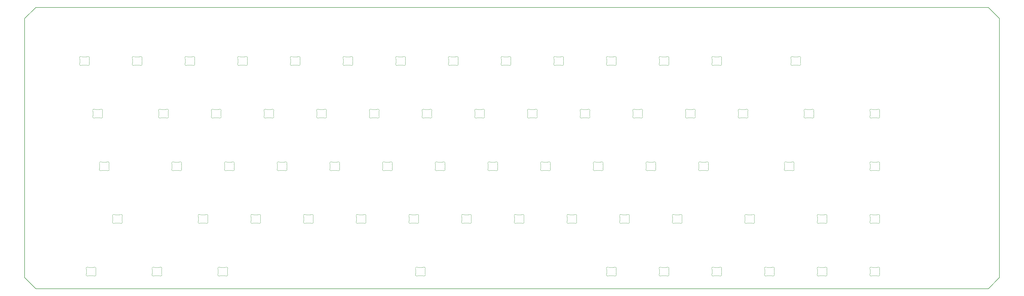
<source format=gbr>
%TF.GenerationSoftware,KiCad,Pcbnew,9.0.2*%
%TF.CreationDate,2025-07-27T20:58:09-05:00*%
%TF.ProjectId,modern-keyboard,6d6f6465-726e-42d6-9b65-79626f617264,rev?*%
%TF.SameCoordinates,Original*%
%TF.FileFunction,Profile,NP*%
%FSLAX46Y46*%
G04 Gerber Fmt 4.6, Leading zero omitted, Abs format (unit mm)*
G04 Created by KiCad (PCBNEW 9.0.2) date 2025-07-27 20:58:09*
%MOMM*%
%LPD*%
G01*
G04 APERTURE LIST*
%TA.AperFunction,Profile*%
%ADD10C,0.200000*%
%TD*%
%TA.AperFunction,Profile*%
%ADD11C,0.100000*%
%TD*%
G04 APERTURE END LIST*
D10*
X452437500Y-230218750D02*
X452437500Y-324001250D01*
X100012500Y-230218750D02*
X100012500Y-324001250D01*
X448437500Y-226218750D02*
X452437500Y-230218750D01*
X448437500Y-226218750D02*
X104012500Y-226218750D01*
X448437500Y-328001250D02*
X104012500Y-328001250D01*
X104012500Y-328001250D02*
X100012500Y-324001250D01*
X452437500Y-324001250D02*
X448437500Y-328001250D01*
X104012500Y-226218750D02*
X100012500Y-230218750D01*
D11*
%TO.C,LED66*%
X386637501Y-322522843D02*
X386637501Y-321117159D01*
X387543048Y-320320001D02*
X389131952Y-320320001D01*
X389131952Y-323320000D02*
X387543047Y-323320000D01*
X390037499Y-321117159D02*
X390037499Y-322522843D01*
X386588016Y-320900280D02*
G75*
G02*
X386637501Y-321117159I-450551J-216887D01*
G01*
X386588016Y-320900282D02*
G75*
G02*
X387290789Y-320251702I450514J216880D01*
G01*
X386637501Y-322522844D02*
G75*
G02*
X386588016Y-322739721I-499669J-74D01*
G01*
X387290789Y-323388298D02*
G75*
G02*
X386588016Y-322739721I-252260J431698D01*
G01*
X387290789Y-323388298D02*
G75*
G02*
X387543047Y-323320000I252262J-431723D01*
G01*
X387543048Y-320320001D02*
G75*
G02*
X387290789Y-320251702I2J500009D01*
G01*
X389131953Y-323320001D02*
G75*
G02*
X389384211Y-323388300I-3J-500009D01*
G01*
X389384210Y-320251702D02*
G75*
G02*
X389131952Y-320320000I-252260J431712D01*
G01*
X389384211Y-320251704D02*
G75*
G02*
X390086981Y-320900278I252259J-431696D01*
G01*
X390037499Y-321117158D02*
G75*
G02*
X390086984Y-320900280I500361J-82D01*
G01*
X390086984Y-322739721D02*
G75*
G02*
X389384211Y-323388300I-450514J-216879D01*
G01*
X390086984Y-322739721D02*
G75*
G02*
X390037524Y-322522843I450516J216821D01*
G01*
%TO.C,LED44*%
X131843751Y-303472843D02*
X131843751Y-302067159D01*
X132749298Y-301270001D02*
X134338202Y-301270001D01*
X134338202Y-304270000D02*
X132749297Y-304270000D01*
X135243749Y-302067159D02*
X135243749Y-303472843D01*
X131794266Y-301850280D02*
G75*
G02*
X131843751Y-302067159I-450551J-216887D01*
G01*
X131794266Y-301850282D02*
G75*
G02*
X132497039Y-301201702I450514J216880D01*
G01*
X131843751Y-303472844D02*
G75*
G02*
X131794266Y-303689721I-499669J-74D01*
G01*
X132497039Y-304338298D02*
G75*
G02*
X131794266Y-303689721I-252260J431698D01*
G01*
X132497039Y-304338298D02*
G75*
G02*
X132749297Y-304270000I252262J-431723D01*
G01*
X132749298Y-301270001D02*
G75*
G02*
X132497039Y-301201702I2J500009D01*
G01*
X134338203Y-304270001D02*
G75*
G02*
X134590461Y-304338300I-3J-500009D01*
G01*
X134590460Y-301201702D02*
G75*
G02*
X134338202Y-301270000I-252260J431712D01*
G01*
X134590461Y-301201704D02*
G75*
G02*
X135293231Y-301850278I252259J-431696D01*
G01*
X135243749Y-302067158D02*
G75*
G02*
X135293234Y-301850280I500361J-82D01*
G01*
X135293234Y-303689721D02*
G75*
G02*
X134590461Y-304338300I-450514J-216879D01*
G01*
X135293234Y-303689721D02*
G75*
G02*
X135243774Y-303472843I450516J216821D01*
G01*
%TO.C,LED1*%
X119937501Y-246322843D02*
X119937501Y-244917159D01*
X120843048Y-244120001D02*
X122431952Y-244120001D01*
X122431952Y-247120000D02*
X120843047Y-247120000D01*
X123337499Y-244917159D02*
X123337499Y-246322843D01*
X119888016Y-244700280D02*
G75*
G02*
X119937501Y-244917159I-450551J-216887D01*
G01*
X119888016Y-244700282D02*
G75*
G02*
X120590789Y-244051702I450514J216880D01*
G01*
X119937501Y-246322844D02*
G75*
G02*
X119888016Y-246539721I-499669J-74D01*
G01*
X120590789Y-247188298D02*
G75*
G02*
X119888016Y-246539721I-252260J431698D01*
G01*
X120590789Y-247188298D02*
G75*
G02*
X120843047Y-247120000I252262J-431723D01*
G01*
X120843048Y-244120001D02*
G75*
G02*
X120590789Y-244051702I2J500009D01*
G01*
X122431953Y-247120001D02*
G75*
G02*
X122684211Y-247188300I-3J-500009D01*
G01*
X122684210Y-244051702D02*
G75*
G02*
X122431952Y-244120000I-252260J431712D01*
G01*
X122684211Y-244051704D02*
G75*
G02*
X123386981Y-244700278I252259J-431696D01*
G01*
X123337499Y-244917158D02*
G75*
G02*
X123386984Y-244700280I500361J-82D01*
G01*
X123386984Y-246539721D02*
G75*
G02*
X122684211Y-247188300I-450514J-216879D01*
G01*
X123386984Y-246539721D02*
G75*
G02*
X123337524Y-246322843I450516J216821D01*
G01*
%TO.C,LED17*%
X167562501Y-265372843D02*
X167562501Y-263967159D01*
X168468048Y-263170001D02*
X170056952Y-263170001D01*
X170056952Y-266170000D02*
X168468047Y-266170000D01*
X170962499Y-263967159D02*
X170962499Y-265372843D01*
X167513016Y-263750280D02*
G75*
G02*
X167562501Y-263967159I-450551J-216887D01*
G01*
X167513016Y-263750282D02*
G75*
G02*
X168215789Y-263101702I450514J216880D01*
G01*
X167562501Y-265372844D02*
G75*
G02*
X167513016Y-265589721I-499669J-74D01*
G01*
X168215789Y-266238298D02*
G75*
G02*
X167513016Y-265589721I-252260J431698D01*
G01*
X168215789Y-266238298D02*
G75*
G02*
X168468047Y-266170000I252262J-431723D01*
G01*
X168468048Y-263170001D02*
G75*
G02*
X168215789Y-263101702I2J500009D01*
G01*
X170056953Y-266170001D02*
G75*
G02*
X170309211Y-266238300I-3J-500009D01*
G01*
X170309210Y-263101702D02*
G75*
G02*
X170056952Y-263170000I-252260J431712D01*
G01*
X170309211Y-263101704D02*
G75*
G02*
X171011981Y-263750278I252259J-431696D01*
G01*
X170962499Y-263967158D02*
G75*
G02*
X171011984Y-263750280I500361J-82D01*
G01*
X171011984Y-265589721D02*
G75*
G02*
X170309211Y-266238300I-450514J-216879D01*
G01*
X171011984Y-265589721D02*
G75*
G02*
X170962524Y-265372843I450516J216821D01*
G01*
%TO.C,LED43*%
X405687501Y-284422843D02*
X405687501Y-283017159D01*
X406593048Y-282220001D02*
X408181952Y-282220001D01*
X408181952Y-285220000D02*
X406593047Y-285220000D01*
X409087499Y-283017159D02*
X409087499Y-284422843D01*
X405638016Y-282800280D02*
G75*
G02*
X405687501Y-283017159I-450551J-216887D01*
G01*
X405638016Y-282800282D02*
G75*
G02*
X406340789Y-282151702I450514J216880D01*
G01*
X405687501Y-284422844D02*
G75*
G02*
X405638016Y-284639721I-499669J-74D01*
G01*
X406340789Y-285288298D02*
G75*
G02*
X405638016Y-284639721I-252260J431698D01*
G01*
X406340789Y-285288298D02*
G75*
G02*
X406593047Y-285220000I252262J-431723D01*
G01*
X406593048Y-282220001D02*
G75*
G02*
X406340789Y-282151702I2J500009D01*
G01*
X408181953Y-285220001D02*
G75*
G02*
X408434211Y-285288300I-3J-500009D01*
G01*
X408434210Y-282151702D02*
G75*
G02*
X408181952Y-282220000I-252260J431712D01*
G01*
X408434211Y-282151704D02*
G75*
G02*
X409136981Y-282800278I252259J-431696D01*
G01*
X409087499Y-283017158D02*
G75*
G02*
X409136984Y-282800280I500361J-82D01*
G01*
X409136984Y-284639721D02*
G75*
G02*
X408434211Y-285288300I-450514J-216879D01*
G01*
X409136984Y-284639721D02*
G75*
G02*
X409087524Y-284422843I450516J216821D01*
G01*
%TO.C,LED53*%
X315200001Y-303472843D02*
X315200001Y-302067159D01*
X316105548Y-301270001D02*
X317694452Y-301270001D01*
X317694452Y-304270000D02*
X316105547Y-304270000D01*
X318599999Y-302067159D02*
X318599999Y-303472843D01*
X315150516Y-301850280D02*
G75*
G02*
X315200001Y-302067159I-450551J-216887D01*
G01*
X315150516Y-301850282D02*
G75*
G02*
X315853289Y-301201702I450514J216880D01*
G01*
X315200001Y-303472844D02*
G75*
G02*
X315150516Y-303689721I-499669J-74D01*
G01*
X315853289Y-304338298D02*
G75*
G02*
X315150516Y-303689721I-252260J431698D01*
G01*
X315853289Y-304338298D02*
G75*
G02*
X316105547Y-304270000I252262J-431723D01*
G01*
X316105548Y-301270001D02*
G75*
G02*
X315853289Y-301201702I2J500009D01*
G01*
X317694453Y-304270001D02*
G75*
G02*
X317946711Y-304338300I-3J-500009D01*
G01*
X317946710Y-301201702D02*
G75*
G02*
X317694452Y-301270000I-252260J431712D01*
G01*
X317946711Y-301201704D02*
G75*
G02*
X318649481Y-301850278I252259J-431696D01*
G01*
X318599999Y-302067158D02*
G75*
G02*
X318649484Y-301850280I500361J-82D01*
G01*
X318649484Y-303689721D02*
G75*
G02*
X317946711Y-304338300I-450514J-216879D01*
G01*
X318649484Y-303689721D02*
G75*
G02*
X318600024Y-303472843I450516J216821D01*
G01*
%TO.C,LED41*%
X343775001Y-284422843D02*
X343775001Y-283017159D01*
X344680548Y-282220001D02*
X346269452Y-282220001D01*
X346269452Y-285220000D02*
X344680547Y-285220000D01*
X347174999Y-283017159D02*
X347174999Y-284422843D01*
X343725516Y-282800280D02*
G75*
G02*
X343775001Y-283017159I-450551J-216887D01*
G01*
X343725516Y-282800282D02*
G75*
G02*
X344428289Y-282151702I450514J216880D01*
G01*
X343775001Y-284422844D02*
G75*
G02*
X343725516Y-284639721I-499669J-74D01*
G01*
X344428289Y-285288298D02*
G75*
G02*
X343725516Y-284639721I-252260J431698D01*
G01*
X344428289Y-285288298D02*
G75*
G02*
X344680547Y-285220000I252262J-431723D01*
G01*
X344680548Y-282220001D02*
G75*
G02*
X344428289Y-282151702I2J500009D01*
G01*
X346269453Y-285220001D02*
G75*
G02*
X346521711Y-285288300I-3J-500009D01*
G01*
X346521710Y-282151702D02*
G75*
G02*
X346269452Y-282220000I-252260J431712D01*
G01*
X346521711Y-282151704D02*
G75*
G02*
X347224481Y-282800278I252259J-431696D01*
G01*
X347174999Y-283017158D02*
G75*
G02*
X347224484Y-282800280I500361J-82D01*
G01*
X347224484Y-284639721D02*
G75*
G02*
X346521711Y-285288300I-450514J-216879D01*
G01*
X347224484Y-284639721D02*
G75*
G02*
X347175024Y-284422843I450516J216821D01*
G01*
%TO.C,LED48*%
X219950001Y-303472843D02*
X219950001Y-302067159D01*
X220855548Y-301270001D02*
X222444452Y-301270001D01*
X222444452Y-304270000D02*
X220855547Y-304270000D01*
X223349999Y-302067159D02*
X223349999Y-303472843D01*
X219900516Y-301850280D02*
G75*
G02*
X219950001Y-302067159I-450551J-216887D01*
G01*
X219900516Y-301850282D02*
G75*
G02*
X220603289Y-301201702I450514J216880D01*
G01*
X219950001Y-303472844D02*
G75*
G02*
X219900516Y-303689721I-499669J-74D01*
G01*
X220603289Y-304338298D02*
G75*
G02*
X219900516Y-303689721I-252260J431698D01*
G01*
X220603289Y-304338298D02*
G75*
G02*
X220855547Y-304270000I252262J-431723D01*
G01*
X220855548Y-301270001D02*
G75*
G02*
X220603289Y-301201702I2J500009D01*
G01*
X222444453Y-304270001D02*
G75*
G02*
X222696711Y-304338300I-3J-500009D01*
G01*
X222696710Y-301201702D02*
G75*
G02*
X222444452Y-301270000I-252260J431712D01*
G01*
X222696711Y-301201704D02*
G75*
G02*
X223399481Y-301850278I252259J-431696D01*
G01*
X223349999Y-302067158D02*
G75*
G02*
X223399484Y-301850280I500361J-82D01*
G01*
X223399484Y-303689721D02*
G75*
G02*
X222696711Y-304338300I-450514J-216879D01*
G01*
X223399484Y-303689721D02*
G75*
G02*
X223350024Y-303472843I450516J216821D01*
G01*
%TO.C,LED47*%
X200900001Y-303472843D02*
X200900001Y-302067159D01*
X201805548Y-301270001D02*
X203394452Y-301270001D01*
X203394452Y-304270000D02*
X201805547Y-304270000D01*
X204299999Y-302067159D02*
X204299999Y-303472843D01*
X200850516Y-301850280D02*
G75*
G02*
X200900001Y-302067159I-450551J-216887D01*
G01*
X200850516Y-301850282D02*
G75*
G02*
X201553289Y-301201702I450514J216880D01*
G01*
X200900001Y-303472844D02*
G75*
G02*
X200850516Y-303689721I-499669J-74D01*
G01*
X201553289Y-304338298D02*
G75*
G02*
X200850516Y-303689721I-252260J431698D01*
G01*
X201553289Y-304338298D02*
G75*
G02*
X201805547Y-304270000I252262J-431723D01*
G01*
X201805548Y-301270001D02*
G75*
G02*
X201553289Y-301201702I2J500009D01*
G01*
X203394453Y-304270001D02*
G75*
G02*
X203646711Y-304338300I-3J-500009D01*
G01*
X203646710Y-301201702D02*
G75*
G02*
X203394452Y-301270000I-252260J431712D01*
G01*
X203646711Y-301201704D02*
G75*
G02*
X204349481Y-301850278I252259J-431696D01*
G01*
X204299999Y-302067158D02*
G75*
G02*
X204349484Y-301850280I500361J-82D01*
G01*
X204349484Y-303689721D02*
G75*
G02*
X203646711Y-304338300I-450514J-216879D01*
G01*
X204349484Y-303689721D02*
G75*
G02*
X204300024Y-303472843I450516J216821D01*
G01*
%TO.C,LED58*%
X122318751Y-322522843D02*
X122318751Y-321117159D01*
X123224298Y-320320001D02*
X124813202Y-320320001D01*
X124813202Y-323320000D02*
X123224297Y-323320000D01*
X125718749Y-321117159D02*
X125718749Y-322522843D01*
X122269266Y-320900280D02*
G75*
G02*
X122318751Y-321117159I-450551J-216887D01*
G01*
X122269266Y-320900282D02*
G75*
G02*
X122972039Y-320251702I450514J216880D01*
G01*
X122318751Y-322522844D02*
G75*
G02*
X122269266Y-322739721I-499669J-74D01*
G01*
X122972039Y-323388298D02*
G75*
G02*
X122269266Y-322739721I-252260J431698D01*
G01*
X122972039Y-323388298D02*
G75*
G02*
X123224297Y-323320000I252262J-431723D01*
G01*
X123224298Y-320320001D02*
G75*
G02*
X122972039Y-320251702I2J500009D01*
G01*
X124813203Y-323320001D02*
G75*
G02*
X125065461Y-323388300I-3J-500009D01*
G01*
X125065460Y-320251702D02*
G75*
G02*
X124813202Y-320320000I-252260J431712D01*
G01*
X125065461Y-320251704D02*
G75*
G02*
X125768231Y-320900278I252259J-431696D01*
G01*
X125718749Y-321117158D02*
G75*
G02*
X125768234Y-320900280I500361J-82D01*
G01*
X125768234Y-322739721D02*
G75*
G02*
X125065461Y-323388300I-450514J-216879D01*
G01*
X125768234Y-322739721D02*
G75*
G02*
X125718774Y-322522843I450516J216821D01*
G01*
%TO.C,LED26*%
X339012501Y-265372843D02*
X339012501Y-263967159D01*
X339918048Y-263170001D02*
X341506952Y-263170001D01*
X341506952Y-266170000D02*
X339918047Y-266170000D01*
X342412499Y-263967159D02*
X342412499Y-265372843D01*
X338963016Y-263750280D02*
G75*
G02*
X339012501Y-263967159I-450551J-216887D01*
G01*
X338963016Y-263750282D02*
G75*
G02*
X339665789Y-263101702I450514J216880D01*
G01*
X339012501Y-265372844D02*
G75*
G02*
X338963016Y-265589721I-499669J-74D01*
G01*
X339665789Y-266238298D02*
G75*
G02*
X338963016Y-265589721I-252260J431698D01*
G01*
X339665789Y-266238298D02*
G75*
G02*
X339918047Y-266170000I252262J-431723D01*
G01*
X339918048Y-263170001D02*
G75*
G02*
X339665789Y-263101702I2J500009D01*
G01*
X341506953Y-266170001D02*
G75*
G02*
X341759211Y-266238300I-3J-500009D01*
G01*
X341759210Y-263101702D02*
G75*
G02*
X341506952Y-263170000I-252260J431712D01*
G01*
X341759211Y-263101704D02*
G75*
G02*
X342461981Y-263750278I252259J-431696D01*
G01*
X342412499Y-263967158D02*
G75*
G02*
X342461984Y-263750280I500361J-82D01*
G01*
X342461984Y-265589721D02*
G75*
G02*
X341759211Y-266238300I-450514J-216879D01*
G01*
X342461984Y-265589721D02*
G75*
G02*
X342412524Y-265372843I450516J216821D01*
G01*
%TO.C,LED5*%
X196137501Y-246322843D02*
X196137501Y-244917159D01*
X197043048Y-244120001D02*
X198631952Y-244120001D01*
X198631952Y-247120000D02*
X197043047Y-247120000D01*
X199537499Y-244917159D02*
X199537499Y-246322843D01*
X196088016Y-244700280D02*
G75*
G02*
X196137501Y-244917159I-450551J-216887D01*
G01*
X196088016Y-244700282D02*
G75*
G02*
X196790789Y-244051702I450514J216880D01*
G01*
X196137501Y-246322844D02*
G75*
G02*
X196088016Y-246539721I-499669J-74D01*
G01*
X196790789Y-247188298D02*
G75*
G02*
X196088016Y-246539721I-252260J431698D01*
G01*
X196790789Y-247188298D02*
G75*
G02*
X197043047Y-247120000I252262J-431723D01*
G01*
X197043048Y-244120001D02*
G75*
G02*
X196790789Y-244051702I2J500009D01*
G01*
X198631953Y-247120001D02*
G75*
G02*
X198884211Y-247188300I-3J-500009D01*
G01*
X198884210Y-244051702D02*
G75*
G02*
X198631952Y-244120000I-252260J431712D01*
G01*
X198884211Y-244051704D02*
G75*
G02*
X199586981Y-244700278I252259J-431696D01*
G01*
X199537499Y-244917158D02*
G75*
G02*
X199586984Y-244700280I500361J-82D01*
G01*
X199586984Y-246539721D02*
G75*
G02*
X198884211Y-247188300I-450514J-216879D01*
G01*
X199586984Y-246539721D02*
G75*
G02*
X199537524Y-246322843I450516J216821D01*
G01*
%TO.C,LED25*%
X319962501Y-265372843D02*
X319962501Y-263967159D01*
X320868048Y-263170001D02*
X322456952Y-263170001D01*
X322456952Y-266170000D02*
X320868047Y-266170000D01*
X323362499Y-263967159D02*
X323362499Y-265372843D01*
X319913016Y-263750280D02*
G75*
G02*
X319962501Y-263967159I-450551J-216887D01*
G01*
X319913016Y-263750282D02*
G75*
G02*
X320615789Y-263101702I450514J216880D01*
G01*
X319962501Y-265372844D02*
G75*
G02*
X319913016Y-265589721I-499669J-74D01*
G01*
X320615789Y-266238298D02*
G75*
G02*
X319913016Y-265589721I-252260J431698D01*
G01*
X320615789Y-266238298D02*
G75*
G02*
X320868047Y-266170000I252262J-431723D01*
G01*
X320868048Y-263170001D02*
G75*
G02*
X320615789Y-263101702I2J500009D01*
G01*
X322456953Y-266170001D02*
G75*
G02*
X322709211Y-266238300I-3J-500009D01*
G01*
X322709210Y-263101702D02*
G75*
G02*
X322456952Y-263170000I-252260J431712D01*
G01*
X322709211Y-263101704D02*
G75*
G02*
X323411981Y-263750278I252259J-431696D01*
G01*
X323362499Y-263967158D02*
G75*
G02*
X323411984Y-263750280I500361J-82D01*
G01*
X323411984Y-265589721D02*
G75*
G02*
X322709211Y-266238300I-450514J-216879D01*
G01*
X323411984Y-265589721D02*
G75*
G02*
X323362524Y-265372843I450516J216821D01*
G01*
%TO.C,LED61*%
X241381251Y-322522843D02*
X241381251Y-321117159D01*
X242286798Y-320320001D02*
X243875702Y-320320001D01*
X243875702Y-323320000D02*
X242286797Y-323320000D01*
X244781249Y-321117159D02*
X244781249Y-322522843D01*
X241331766Y-320900280D02*
G75*
G02*
X241381251Y-321117159I-450551J-216887D01*
G01*
X241331766Y-320900282D02*
G75*
G02*
X242034539Y-320251702I450514J216880D01*
G01*
X241381251Y-322522844D02*
G75*
G02*
X241331766Y-322739721I-499669J-74D01*
G01*
X242034539Y-323388298D02*
G75*
G02*
X241331766Y-322739721I-252260J431698D01*
G01*
X242034539Y-323388298D02*
G75*
G02*
X242286797Y-323320000I252262J-431723D01*
G01*
X242286798Y-320320001D02*
G75*
G02*
X242034539Y-320251702I2J500009D01*
G01*
X243875703Y-323320001D02*
G75*
G02*
X244127961Y-323388300I-3J-500009D01*
G01*
X244127960Y-320251702D02*
G75*
G02*
X243875702Y-320320000I-252260J431712D01*
G01*
X244127961Y-320251704D02*
G75*
G02*
X244830731Y-320900278I252259J-431696D01*
G01*
X244781249Y-321117158D02*
G75*
G02*
X244830734Y-320900280I500361J-82D01*
G01*
X244830734Y-322739721D02*
G75*
G02*
X244127961Y-323388300I-450514J-216879D01*
G01*
X244830734Y-322739721D02*
G75*
G02*
X244781274Y-322522843I450516J216821D01*
G01*
%TO.C,LED52*%
X296150001Y-303472843D02*
X296150001Y-302067159D01*
X297055548Y-301270001D02*
X298644452Y-301270001D01*
X298644452Y-304270000D02*
X297055547Y-304270000D01*
X299549999Y-302067159D02*
X299549999Y-303472843D01*
X296100516Y-301850280D02*
G75*
G02*
X296150001Y-302067159I-450551J-216887D01*
G01*
X296100516Y-301850282D02*
G75*
G02*
X296803289Y-301201702I450514J216880D01*
G01*
X296150001Y-303472844D02*
G75*
G02*
X296100516Y-303689721I-499669J-74D01*
G01*
X296803289Y-304338298D02*
G75*
G02*
X296100516Y-303689721I-252260J431698D01*
G01*
X296803289Y-304338298D02*
G75*
G02*
X297055547Y-304270000I252262J-431723D01*
G01*
X297055548Y-301270001D02*
G75*
G02*
X296803289Y-301201702I2J500009D01*
G01*
X298644453Y-304270001D02*
G75*
G02*
X298896711Y-304338300I-3J-500009D01*
G01*
X298896710Y-301201702D02*
G75*
G02*
X298644452Y-301270000I-252260J431712D01*
G01*
X298896711Y-301201704D02*
G75*
G02*
X299599481Y-301850278I252259J-431696D01*
G01*
X299549999Y-302067158D02*
G75*
G02*
X299599484Y-301850280I500361J-82D01*
G01*
X299599484Y-303689721D02*
G75*
G02*
X298896711Y-304338300I-450514J-216879D01*
G01*
X299599484Y-303689721D02*
G75*
G02*
X299550024Y-303472843I450516J216821D01*
G01*
%TO.C,LED12*%
X329487501Y-246322843D02*
X329487501Y-244917159D01*
X330393048Y-244120001D02*
X331981952Y-244120001D01*
X331981952Y-247120000D02*
X330393047Y-247120000D01*
X332887499Y-244917159D02*
X332887499Y-246322843D01*
X329438016Y-244700280D02*
G75*
G02*
X329487501Y-244917159I-450551J-216887D01*
G01*
X329438016Y-244700282D02*
G75*
G02*
X330140789Y-244051702I450514J216880D01*
G01*
X329487501Y-246322844D02*
G75*
G02*
X329438016Y-246539721I-499669J-74D01*
G01*
X330140789Y-247188298D02*
G75*
G02*
X329438016Y-246539721I-252260J431698D01*
G01*
X330140789Y-247188298D02*
G75*
G02*
X330393047Y-247120000I252262J-431723D01*
G01*
X330393048Y-244120001D02*
G75*
G02*
X330140789Y-244051702I2J500009D01*
G01*
X331981953Y-247120001D02*
G75*
G02*
X332234211Y-247188300I-3J-500009D01*
G01*
X332234210Y-244051702D02*
G75*
G02*
X331981952Y-244120000I-252260J431712D01*
G01*
X332234211Y-244051704D02*
G75*
G02*
X332936981Y-244700278I252259J-431696D01*
G01*
X332887499Y-244917158D02*
G75*
G02*
X332936984Y-244700280I500361J-82D01*
G01*
X332936984Y-246539721D02*
G75*
G02*
X332234211Y-247188300I-450514J-216879D01*
G01*
X332936984Y-246539721D02*
G75*
G02*
X332887524Y-246322843I450516J216821D01*
G01*
%TO.C,LED27*%
X358062501Y-265372843D02*
X358062501Y-263967159D01*
X358968048Y-263170001D02*
X360556952Y-263170001D01*
X360556952Y-266170000D02*
X358968047Y-266170000D01*
X361462499Y-263967159D02*
X361462499Y-265372843D01*
X358013016Y-263750280D02*
G75*
G02*
X358062501Y-263967159I-450551J-216887D01*
G01*
X358013016Y-263750282D02*
G75*
G02*
X358715789Y-263101702I450514J216880D01*
G01*
X358062501Y-265372844D02*
G75*
G02*
X358013016Y-265589721I-499669J-74D01*
G01*
X358715789Y-266238298D02*
G75*
G02*
X358013016Y-265589721I-252260J431698D01*
G01*
X358715789Y-266238298D02*
G75*
G02*
X358968047Y-266170000I252262J-431723D01*
G01*
X358968048Y-263170001D02*
G75*
G02*
X358715789Y-263101702I2J500009D01*
G01*
X360556953Y-266170001D02*
G75*
G02*
X360809211Y-266238300I-3J-500009D01*
G01*
X360809210Y-263101702D02*
G75*
G02*
X360556952Y-263170000I-252260J431712D01*
G01*
X360809211Y-263101704D02*
G75*
G02*
X361511981Y-263750278I252259J-431696D01*
G01*
X361462499Y-263967158D02*
G75*
G02*
X361511984Y-263750280I500361J-82D01*
G01*
X361511984Y-265589721D02*
G75*
G02*
X360809211Y-266238300I-450514J-216879D01*
G01*
X361511984Y-265589721D02*
G75*
G02*
X361462524Y-265372843I450516J216821D01*
G01*
%TO.C,LED30*%
X127081251Y-284422843D02*
X127081251Y-283017159D01*
X127986798Y-282220001D02*
X129575702Y-282220001D01*
X129575702Y-285220000D02*
X127986797Y-285220000D01*
X130481249Y-283017159D02*
X130481249Y-284422843D01*
X127031766Y-282800280D02*
G75*
G02*
X127081251Y-283017159I-450551J-216887D01*
G01*
X127031766Y-282800282D02*
G75*
G02*
X127734539Y-282151702I450514J216880D01*
G01*
X127081251Y-284422844D02*
G75*
G02*
X127031766Y-284639721I-499669J-74D01*
G01*
X127734539Y-285288298D02*
G75*
G02*
X127031766Y-284639721I-252260J431698D01*
G01*
X127734539Y-285288298D02*
G75*
G02*
X127986797Y-285220000I252262J-431723D01*
G01*
X127986798Y-282220001D02*
G75*
G02*
X127734539Y-282151702I2J500009D01*
G01*
X129575703Y-285220001D02*
G75*
G02*
X129827961Y-285288300I-3J-500009D01*
G01*
X129827960Y-282151702D02*
G75*
G02*
X129575702Y-282220000I-252260J431712D01*
G01*
X129827961Y-282151704D02*
G75*
G02*
X130530731Y-282800278I252259J-431696D01*
G01*
X130481249Y-283017158D02*
G75*
G02*
X130530734Y-282800280I500361J-82D01*
G01*
X130530734Y-284639721D02*
G75*
G02*
X129827961Y-285288300I-450514J-216879D01*
G01*
X130530734Y-284639721D02*
G75*
G02*
X130481274Y-284422843I450516J216821D01*
G01*
%TO.C,LED8*%
X253287501Y-246322843D02*
X253287501Y-244917159D01*
X254193048Y-244120001D02*
X255781952Y-244120001D01*
X255781952Y-247120000D02*
X254193047Y-247120000D01*
X256687499Y-244917159D02*
X256687499Y-246322843D01*
X253238016Y-244700280D02*
G75*
G02*
X253287501Y-244917159I-450551J-216887D01*
G01*
X253238016Y-244700282D02*
G75*
G02*
X253940789Y-244051702I450514J216880D01*
G01*
X253287501Y-246322844D02*
G75*
G02*
X253238016Y-246539721I-499669J-74D01*
G01*
X253940789Y-247188298D02*
G75*
G02*
X253238016Y-246539721I-252260J431698D01*
G01*
X253940789Y-247188298D02*
G75*
G02*
X254193047Y-247120000I252262J-431723D01*
G01*
X254193048Y-244120001D02*
G75*
G02*
X253940789Y-244051702I2J500009D01*
G01*
X255781953Y-247120001D02*
G75*
G02*
X256034211Y-247188300I-3J-500009D01*
G01*
X256034210Y-244051702D02*
G75*
G02*
X255781952Y-244120000I-252260J431712D01*
G01*
X256034211Y-244051704D02*
G75*
G02*
X256736981Y-244700278I252259J-431696D01*
G01*
X256687499Y-244917158D02*
G75*
G02*
X256736984Y-244700280I500361J-82D01*
G01*
X256736984Y-246539721D02*
G75*
G02*
X256034211Y-247188300I-450514J-216879D01*
G01*
X256736984Y-246539721D02*
G75*
G02*
X256687524Y-246322843I450516J216821D01*
G01*
%TO.C,LED9*%
X272337501Y-246322843D02*
X272337501Y-244917159D01*
X273243048Y-244120001D02*
X274831952Y-244120001D01*
X274831952Y-247120000D02*
X273243047Y-247120000D01*
X275737499Y-244917159D02*
X275737499Y-246322843D01*
X272288016Y-244700280D02*
G75*
G02*
X272337501Y-244917159I-450551J-216887D01*
G01*
X272288016Y-244700282D02*
G75*
G02*
X272990789Y-244051702I450514J216880D01*
G01*
X272337501Y-246322844D02*
G75*
G02*
X272288016Y-246539721I-499669J-74D01*
G01*
X272990789Y-247188298D02*
G75*
G02*
X272288016Y-246539721I-252260J431698D01*
G01*
X272990789Y-247188298D02*
G75*
G02*
X273243047Y-247120000I252262J-431723D01*
G01*
X273243048Y-244120001D02*
G75*
G02*
X272990789Y-244051702I2J500009D01*
G01*
X274831953Y-247120001D02*
G75*
G02*
X275084211Y-247188300I-3J-500009D01*
G01*
X275084210Y-244051702D02*
G75*
G02*
X274831952Y-244120000I-252260J431712D01*
G01*
X275084211Y-244051704D02*
G75*
G02*
X275786981Y-244700278I252259J-431696D01*
G01*
X275737499Y-244917158D02*
G75*
G02*
X275786984Y-244700280I500361J-82D01*
G01*
X275786984Y-246539721D02*
G75*
G02*
X275084211Y-247188300I-450514J-216879D01*
G01*
X275786984Y-246539721D02*
G75*
G02*
X275737524Y-246322843I450516J216821D01*
G01*
%TO.C,LED65*%
X367587501Y-322522843D02*
X367587501Y-321117159D01*
X368493048Y-320320001D02*
X370081952Y-320320001D01*
X370081952Y-323320000D02*
X368493047Y-323320000D01*
X370987499Y-321117159D02*
X370987499Y-322522843D01*
X367538016Y-320900280D02*
G75*
G02*
X367587501Y-321117159I-450551J-216887D01*
G01*
X367538016Y-320900282D02*
G75*
G02*
X368240789Y-320251702I450514J216880D01*
G01*
X367587501Y-322522844D02*
G75*
G02*
X367538016Y-322739721I-499669J-74D01*
G01*
X368240789Y-323388298D02*
G75*
G02*
X367538016Y-322739721I-252260J431698D01*
G01*
X368240789Y-323388298D02*
G75*
G02*
X368493047Y-323320000I252262J-431723D01*
G01*
X368493048Y-320320001D02*
G75*
G02*
X368240789Y-320251702I2J500009D01*
G01*
X370081953Y-323320001D02*
G75*
G02*
X370334211Y-323388300I-3J-500009D01*
G01*
X370334210Y-320251702D02*
G75*
G02*
X370081952Y-320320000I-252260J431712D01*
G01*
X370334211Y-320251704D02*
G75*
G02*
X371036981Y-320900278I252259J-431696D01*
G01*
X370987499Y-321117158D02*
G75*
G02*
X371036984Y-320900280I500361J-82D01*
G01*
X371036984Y-322739721D02*
G75*
G02*
X370334211Y-323388300I-450514J-216879D01*
G01*
X371036984Y-322739721D02*
G75*
G02*
X370987524Y-322522843I450516J216821D01*
G01*
%TO.C,LED55*%
X360443751Y-303472843D02*
X360443751Y-302067159D01*
X361349298Y-301270001D02*
X362938202Y-301270001D01*
X362938202Y-304270000D02*
X361349297Y-304270000D01*
X363843749Y-302067159D02*
X363843749Y-303472843D01*
X360394266Y-301850280D02*
G75*
G02*
X360443751Y-302067159I-450551J-216887D01*
G01*
X360394266Y-301850282D02*
G75*
G02*
X361097039Y-301201702I450514J216880D01*
G01*
X360443751Y-303472844D02*
G75*
G02*
X360394266Y-303689721I-499669J-74D01*
G01*
X361097039Y-304338298D02*
G75*
G02*
X360394266Y-303689721I-252260J431698D01*
G01*
X361097039Y-304338298D02*
G75*
G02*
X361349297Y-304270000I252262J-431723D01*
G01*
X361349298Y-301270001D02*
G75*
G02*
X361097039Y-301201702I2J500009D01*
G01*
X362938203Y-304270001D02*
G75*
G02*
X363190461Y-304338300I-3J-500009D01*
G01*
X363190460Y-301201702D02*
G75*
G02*
X362938202Y-301270000I-252260J431712D01*
G01*
X363190461Y-301201704D02*
G75*
G02*
X363893231Y-301850278I252259J-431696D01*
G01*
X363843749Y-302067158D02*
G75*
G02*
X363893234Y-301850280I500361J-82D01*
G01*
X363893234Y-303689721D02*
G75*
G02*
X363190461Y-304338300I-450514J-216879D01*
G01*
X363893234Y-303689721D02*
G75*
G02*
X363843774Y-303472843I450516J216821D01*
G01*
%TO.C,LED34*%
X210425001Y-284422843D02*
X210425001Y-283017159D01*
X211330548Y-282220001D02*
X212919452Y-282220001D01*
X212919452Y-285220000D02*
X211330547Y-285220000D01*
X213824999Y-283017159D02*
X213824999Y-284422843D01*
X210375516Y-282800280D02*
G75*
G02*
X210425001Y-283017159I-450551J-216887D01*
G01*
X210375516Y-282800282D02*
G75*
G02*
X211078289Y-282151702I450514J216880D01*
G01*
X210425001Y-284422844D02*
G75*
G02*
X210375516Y-284639721I-499669J-74D01*
G01*
X211078289Y-285288298D02*
G75*
G02*
X210375516Y-284639721I-252260J431698D01*
G01*
X211078289Y-285288298D02*
G75*
G02*
X211330547Y-285220000I252262J-431723D01*
G01*
X211330548Y-282220001D02*
G75*
G02*
X211078289Y-282151702I2J500009D01*
G01*
X212919453Y-285220001D02*
G75*
G02*
X213171711Y-285288300I-3J-500009D01*
G01*
X213171710Y-282151702D02*
G75*
G02*
X212919452Y-282220000I-252260J431712D01*
G01*
X213171711Y-282151704D02*
G75*
G02*
X213874481Y-282800278I252259J-431696D01*
G01*
X213824999Y-283017158D02*
G75*
G02*
X213874484Y-282800280I500361J-82D01*
G01*
X213874484Y-284639721D02*
G75*
G02*
X213171711Y-285288300I-450514J-216879D01*
G01*
X213874484Y-284639721D02*
G75*
G02*
X213825024Y-284422843I450516J216821D01*
G01*
%TO.C,LED49*%
X239000001Y-303472843D02*
X239000001Y-302067159D01*
X239905548Y-301270001D02*
X241494452Y-301270001D01*
X241494452Y-304270000D02*
X239905547Y-304270000D01*
X242399999Y-302067159D02*
X242399999Y-303472843D01*
X238950516Y-301850280D02*
G75*
G02*
X239000001Y-302067159I-450551J-216887D01*
G01*
X238950516Y-301850282D02*
G75*
G02*
X239653289Y-301201702I450514J216880D01*
G01*
X239000001Y-303472844D02*
G75*
G02*
X238950516Y-303689721I-499669J-74D01*
G01*
X239653289Y-304338298D02*
G75*
G02*
X238950516Y-303689721I-252260J431698D01*
G01*
X239653289Y-304338298D02*
G75*
G02*
X239905547Y-304270000I252262J-431723D01*
G01*
X239905548Y-301270001D02*
G75*
G02*
X239653289Y-301201702I2J500009D01*
G01*
X241494453Y-304270001D02*
G75*
G02*
X241746711Y-304338300I-3J-500009D01*
G01*
X241746710Y-301201702D02*
G75*
G02*
X241494452Y-301270000I-252260J431712D01*
G01*
X241746711Y-301201704D02*
G75*
G02*
X242449481Y-301850278I252259J-431696D01*
G01*
X242399999Y-302067158D02*
G75*
G02*
X242449484Y-301850280I500361J-82D01*
G01*
X242449484Y-303689721D02*
G75*
G02*
X241746711Y-304338300I-450514J-216879D01*
G01*
X242449484Y-303689721D02*
G75*
G02*
X242400024Y-303472843I450516J216821D01*
G01*
%TO.C,LED29*%
X405687501Y-265372843D02*
X405687501Y-263967159D01*
X406593048Y-263170001D02*
X408181952Y-263170001D01*
X408181952Y-266170000D02*
X406593047Y-266170000D01*
X409087499Y-263967159D02*
X409087499Y-265372843D01*
X405638016Y-263750280D02*
G75*
G02*
X405687501Y-263967159I-450551J-216887D01*
G01*
X405638016Y-263750282D02*
G75*
G02*
X406340789Y-263101702I450514J216880D01*
G01*
X405687501Y-265372844D02*
G75*
G02*
X405638016Y-265589721I-499669J-74D01*
G01*
X406340789Y-266238298D02*
G75*
G02*
X405638016Y-265589721I-252260J431698D01*
G01*
X406340789Y-266238298D02*
G75*
G02*
X406593047Y-266170000I252262J-431723D01*
G01*
X406593048Y-263170001D02*
G75*
G02*
X406340789Y-263101702I2J500009D01*
G01*
X408181953Y-266170001D02*
G75*
G02*
X408434211Y-266238300I-3J-500009D01*
G01*
X408434210Y-263101702D02*
G75*
G02*
X408181952Y-263170000I-252260J431712D01*
G01*
X408434211Y-263101704D02*
G75*
G02*
X409136981Y-263750278I252259J-431696D01*
G01*
X409087499Y-263967158D02*
G75*
G02*
X409136984Y-263750280I500361J-82D01*
G01*
X409136984Y-265589721D02*
G75*
G02*
X408434211Y-266238300I-450514J-216879D01*
G01*
X409136984Y-265589721D02*
G75*
G02*
X409087524Y-265372843I450516J216821D01*
G01*
%TO.C,LED22*%
X262812501Y-265372843D02*
X262812501Y-263967159D01*
X263718048Y-263170001D02*
X265306952Y-263170001D01*
X265306952Y-266170000D02*
X263718047Y-266170000D01*
X266212499Y-263967159D02*
X266212499Y-265372843D01*
X262763016Y-263750280D02*
G75*
G02*
X262812501Y-263967159I-450551J-216887D01*
G01*
X262763016Y-263750282D02*
G75*
G02*
X263465789Y-263101702I450514J216880D01*
G01*
X262812501Y-265372844D02*
G75*
G02*
X262763016Y-265589721I-499669J-74D01*
G01*
X263465789Y-266238298D02*
G75*
G02*
X262763016Y-265589721I-252260J431698D01*
G01*
X263465789Y-266238298D02*
G75*
G02*
X263718047Y-266170000I252262J-431723D01*
G01*
X263718048Y-263170001D02*
G75*
G02*
X263465789Y-263101702I2J500009D01*
G01*
X265306953Y-266170001D02*
G75*
G02*
X265559211Y-266238300I-3J-500009D01*
G01*
X265559210Y-263101702D02*
G75*
G02*
X265306952Y-263170000I-252260J431712D01*
G01*
X265559211Y-263101704D02*
G75*
G02*
X266261981Y-263750278I252259J-431696D01*
G01*
X266212499Y-263967158D02*
G75*
G02*
X266261984Y-263750280I500361J-82D01*
G01*
X266261984Y-265589721D02*
G75*
G02*
X265559211Y-266238300I-450514J-216879D01*
G01*
X266261984Y-265589721D02*
G75*
G02*
X266212524Y-265372843I450516J216821D01*
G01*
%TO.C,LED2*%
X138987501Y-246322843D02*
X138987501Y-244917159D01*
X139893048Y-244120001D02*
X141481952Y-244120001D01*
X141481952Y-247120000D02*
X139893047Y-247120000D01*
X142387499Y-244917159D02*
X142387499Y-246322843D01*
X138938016Y-244700280D02*
G75*
G02*
X138987501Y-244917159I-450551J-216887D01*
G01*
X138938016Y-244700282D02*
G75*
G02*
X139640789Y-244051702I450514J216880D01*
G01*
X138987501Y-246322844D02*
G75*
G02*
X138938016Y-246539721I-499669J-74D01*
G01*
X139640789Y-247188298D02*
G75*
G02*
X138938016Y-246539721I-252260J431698D01*
G01*
X139640789Y-247188298D02*
G75*
G02*
X139893047Y-247120000I252262J-431723D01*
G01*
X139893048Y-244120001D02*
G75*
G02*
X139640789Y-244051702I2J500009D01*
G01*
X141481953Y-247120001D02*
G75*
G02*
X141734211Y-247188300I-3J-500009D01*
G01*
X141734210Y-244051702D02*
G75*
G02*
X141481952Y-244120000I-252260J431712D01*
G01*
X141734211Y-244051704D02*
G75*
G02*
X142436981Y-244700278I252259J-431696D01*
G01*
X142387499Y-244917158D02*
G75*
G02*
X142436984Y-244700280I500361J-82D01*
G01*
X142436984Y-246539721D02*
G75*
G02*
X141734211Y-247188300I-450514J-216879D01*
G01*
X142436984Y-246539721D02*
G75*
G02*
X142387524Y-246322843I450516J216821D01*
G01*
%TO.C,LED59*%
X146131251Y-322522843D02*
X146131251Y-321117159D01*
X147036798Y-320320001D02*
X148625702Y-320320001D01*
X148625702Y-323320000D02*
X147036797Y-323320000D01*
X149531249Y-321117159D02*
X149531249Y-322522843D01*
X146081766Y-320900280D02*
G75*
G02*
X146131251Y-321117159I-450551J-216887D01*
G01*
X146081766Y-320900282D02*
G75*
G02*
X146784539Y-320251702I450514J216880D01*
G01*
X146131251Y-322522844D02*
G75*
G02*
X146081766Y-322739721I-499669J-74D01*
G01*
X146784539Y-323388298D02*
G75*
G02*
X146081766Y-322739721I-252260J431698D01*
G01*
X146784539Y-323388298D02*
G75*
G02*
X147036797Y-323320000I252262J-431723D01*
G01*
X147036798Y-320320001D02*
G75*
G02*
X146784539Y-320251702I2J500009D01*
G01*
X148625703Y-323320001D02*
G75*
G02*
X148877961Y-323388300I-3J-500009D01*
G01*
X148877960Y-320251702D02*
G75*
G02*
X148625702Y-320320000I-252260J431712D01*
G01*
X148877961Y-320251704D02*
G75*
G02*
X149580731Y-320900278I252259J-431696D01*
G01*
X149531249Y-321117158D02*
G75*
G02*
X149580734Y-320900280I500361J-82D01*
G01*
X149580734Y-322739721D02*
G75*
G02*
X148877961Y-323388300I-450514J-216879D01*
G01*
X149580734Y-322739721D02*
G75*
G02*
X149531274Y-322522843I450516J216821D01*
G01*
%TO.C,LED19*%
X205662501Y-265372843D02*
X205662501Y-263967159D01*
X206568048Y-263170001D02*
X208156952Y-263170001D01*
X208156952Y-266170000D02*
X206568047Y-266170000D01*
X209062499Y-263967159D02*
X209062499Y-265372843D01*
X205613016Y-263750280D02*
G75*
G02*
X205662501Y-263967159I-450551J-216887D01*
G01*
X205613016Y-263750282D02*
G75*
G02*
X206315789Y-263101702I450514J216880D01*
G01*
X205662501Y-265372844D02*
G75*
G02*
X205613016Y-265589721I-499669J-74D01*
G01*
X206315789Y-266238298D02*
G75*
G02*
X205613016Y-265589721I-252260J431698D01*
G01*
X206315789Y-266238298D02*
G75*
G02*
X206568047Y-266170000I252262J-431723D01*
G01*
X206568048Y-263170001D02*
G75*
G02*
X206315789Y-263101702I2J500009D01*
G01*
X208156953Y-266170001D02*
G75*
G02*
X208409211Y-266238300I-3J-500009D01*
G01*
X208409210Y-263101702D02*
G75*
G02*
X208156952Y-263170000I-252260J431712D01*
G01*
X208409211Y-263101704D02*
G75*
G02*
X209111981Y-263750278I252259J-431696D01*
G01*
X209062499Y-263967158D02*
G75*
G02*
X209111984Y-263750280I500361J-82D01*
G01*
X209111984Y-265589721D02*
G75*
G02*
X208409211Y-266238300I-450514J-216879D01*
G01*
X209111984Y-265589721D02*
G75*
G02*
X209062524Y-265372843I450516J216821D01*
G01*
%TO.C,LED6*%
X215187501Y-246322843D02*
X215187501Y-244917159D01*
X216093048Y-244120001D02*
X217681952Y-244120001D01*
X217681952Y-247120000D02*
X216093047Y-247120000D01*
X218587499Y-244917159D02*
X218587499Y-246322843D01*
X215138016Y-244700280D02*
G75*
G02*
X215187501Y-244917159I-450551J-216887D01*
G01*
X215138016Y-244700282D02*
G75*
G02*
X215840789Y-244051702I450514J216880D01*
G01*
X215187501Y-246322844D02*
G75*
G02*
X215138016Y-246539721I-499669J-74D01*
G01*
X215840789Y-247188298D02*
G75*
G02*
X215138016Y-246539721I-252260J431698D01*
G01*
X215840789Y-247188298D02*
G75*
G02*
X216093047Y-247120000I252262J-431723D01*
G01*
X216093048Y-244120001D02*
G75*
G02*
X215840789Y-244051702I2J500009D01*
G01*
X217681953Y-247120001D02*
G75*
G02*
X217934211Y-247188300I-3J-500009D01*
G01*
X217934210Y-244051702D02*
G75*
G02*
X217681952Y-244120000I-252260J431712D01*
G01*
X217934211Y-244051704D02*
G75*
G02*
X218636981Y-244700278I252259J-431696D01*
G01*
X218587499Y-244917158D02*
G75*
G02*
X218636984Y-244700280I500361J-82D01*
G01*
X218636984Y-246539721D02*
G75*
G02*
X217934211Y-247188300I-450514J-216879D01*
G01*
X218636984Y-246539721D02*
G75*
G02*
X218587524Y-246322843I450516J216821D01*
G01*
%TO.C,LED42*%
X374731251Y-284422843D02*
X374731251Y-283017159D01*
X375636798Y-282220001D02*
X377225702Y-282220001D01*
X377225702Y-285220000D02*
X375636797Y-285220000D01*
X378131249Y-283017159D02*
X378131249Y-284422843D01*
X374681766Y-282800280D02*
G75*
G02*
X374731251Y-283017159I-450551J-216887D01*
G01*
X374681766Y-282800282D02*
G75*
G02*
X375384539Y-282151702I450514J216880D01*
G01*
X374731251Y-284422844D02*
G75*
G02*
X374681766Y-284639721I-499669J-74D01*
G01*
X375384539Y-285288298D02*
G75*
G02*
X374681766Y-284639721I-252260J431698D01*
G01*
X375384539Y-285288298D02*
G75*
G02*
X375636797Y-285220000I252262J-431723D01*
G01*
X375636798Y-282220001D02*
G75*
G02*
X375384539Y-282151702I2J500009D01*
G01*
X377225703Y-285220001D02*
G75*
G02*
X377477961Y-285288300I-3J-500009D01*
G01*
X377477960Y-282151702D02*
G75*
G02*
X377225702Y-282220000I-252260J431712D01*
G01*
X377477961Y-282151704D02*
G75*
G02*
X378180731Y-282800278I252259J-431696D01*
G01*
X378131249Y-283017158D02*
G75*
G02*
X378180734Y-282800280I500361J-82D01*
G01*
X378180734Y-284639721D02*
G75*
G02*
X377477961Y-285288300I-450514J-216879D01*
G01*
X378180734Y-284639721D02*
G75*
G02*
X378131274Y-284422843I450516J216821D01*
G01*
%TO.C,LED63*%
X329487501Y-322522843D02*
X329487501Y-321117159D01*
X330393048Y-320320001D02*
X331981952Y-320320001D01*
X331981952Y-323320000D02*
X330393047Y-323320000D01*
X332887499Y-321117159D02*
X332887499Y-322522843D01*
X329438016Y-320900280D02*
G75*
G02*
X329487501Y-321117159I-450551J-216887D01*
G01*
X329438016Y-320900282D02*
G75*
G02*
X330140789Y-320251702I450514J216880D01*
G01*
X329487501Y-322522844D02*
G75*
G02*
X329438016Y-322739721I-499669J-74D01*
G01*
X330140789Y-323388298D02*
G75*
G02*
X329438016Y-322739721I-252260J431698D01*
G01*
X330140789Y-323388298D02*
G75*
G02*
X330393047Y-323320000I252262J-431723D01*
G01*
X330393048Y-320320001D02*
G75*
G02*
X330140789Y-320251702I2J500009D01*
G01*
X331981953Y-323320001D02*
G75*
G02*
X332234211Y-323388300I-3J-500009D01*
G01*
X332234210Y-320251702D02*
G75*
G02*
X331981952Y-320320000I-252260J431712D01*
G01*
X332234211Y-320251704D02*
G75*
G02*
X332936981Y-320900278I252259J-431696D01*
G01*
X332887499Y-321117158D02*
G75*
G02*
X332936984Y-320900280I500361J-82D01*
G01*
X332936984Y-322739721D02*
G75*
G02*
X332234211Y-323388300I-450514J-216879D01*
G01*
X332936984Y-322739721D02*
G75*
G02*
X332887524Y-322522843I450516J216821D01*
G01*
%TO.C,LED28*%
X381875001Y-265372843D02*
X381875001Y-263967159D01*
X382780548Y-263170001D02*
X384369452Y-263170001D01*
X384369452Y-266170000D02*
X382780547Y-266170000D01*
X385274999Y-263967159D02*
X385274999Y-265372843D01*
X381825516Y-263750280D02*
G75*
G02*
X381875001Y-263967159I-450551J-216887D01*
G01*
X381825516Y-263750282D02*
G75*
G02*
X382528289Y-263101702I450514J216880D01*
G01*
X381875001Y-265372844D02*
G75*
G02*
X381825516Y-265589721I-499669J-74D01*
G01*
X382528289Y-266238298D02*
G75*
G02*
X381825516Y-265589721I-252260J431698D01*
G01*
X382528289Y-266238298D02*
G75*
G02*
X382780547Y-266170000I252262J-431723D01*
G01*
X382780548Y-263170001D02*
G75*
G02*
X382528289Y-263101702I2J500009D01*
G01*
X384369453Y-266170001D02*
G75*
G02*
X384621711Y-266238300I-3J-500009D01*
G01*
X384621710Y-263101702D02*
G75*
G02*
X384369452Y-263170000I-252260J431712D01*
G01*
X384621711Y-263101704D02*
G75*
G02*
X385324481Y-263750278I252259J-431696D01*
G01*
X385274999Y-263967158D02*
G75*
G02*
X385324484Y-263750280I500361J-82D01*
G01*
X385324484Y-265589721D02*
G75*
G02*
X384621711Y-266238300I-450514J-216879D01*
G01*
X385324484Y-265589721D02*
G75*
G02*
X385275024Y-265372843I450516J216821D01*
G01*
%TO.C,LED21*%
X243762501Y-265372843D02*
X243762501Y-263967159D01*
X244668048Y-263170001D02*
X246256952Y-263170001D01*
X246256952Y-266170000D02*
X244668047Y-266170000D01*
X247162499Y-263967159D02*
X247162499Y-265372843D01*
X243713016Y-263750280D02*
G75*
G02*
X243762501Y-263967159I-450551J-216887D01*
G01*
X243713016Y-263750282D02*
G75*
G02*
X244415789Y-263101702I450514J216880D01*
G01*
X243762501Y-265372844D02*
G75*
G02*
X243713016Y-265589721I-499669J-74D01*
G01*
X244415789Y-266238298D02*
G75*
G02*
X243713016Y-265589721I-252260J431698D01*
G01*
X244415789Y-266238298D02*
G75*
G02*
X244668047Y-266170000I252262J-431723D01*
G01*
X244668048Y-263170001D02*
G75*
G02*
X244415789Y-263101702I2J500009D01*
G01*
X246256953Y-266170001D02*
G75*
G02*
X246509211Y-266238300I-3J-500009D01*
G01*
X246509210Y-263101702D02*
G75*
G02*
X246256952Y-263170000I-252260J431712D01*
G01*
X246509211Y-263101704D02*
G75*
G02*
X247211981Y-263750278I252259J-431696D01*
G01*
X247162499Y-263967158D02*
G75*
G02*
X247211984Y-263750280I500361J-82D01*
G01*
X247211984Y-265589721D02*
G75*
G02*
X246509211Y-266238300I-450514J-216879D01*
G01*
X247211984Y-265589721D02*
G75*
G02*
X247162524Y-265372843I450516J216821D01*
G01*
%TO.C,LED33*%
X191375001Y-284422843D02*
X191375001Y-283017159D01*
X192280548Y-282220001D02*
X193869452Y-282220001D01*
X193869452Y-285220000D02*
X192280547Y-285220000D01*
X194774999Y-283017159D02*
X194774999Y-284422843D01*
X191325516Y-282800280D02*
G75*
G02*
X191375001Y-283017159I-450551J-216887D01*
G01*
X191325516Y-282800282D02*
G75*
G02*
X192028289Y-282151702I450514J216880D01*
G01*
X191375001Y-284422844D02*
G75*
G02*
X191325516Y-284639721I-499669J-74D01*
G01*
X192028289Y-285288298D02*
G75*
G02*
X191325516Y-284639721I-252260J431698D01*
G01*
X192028289Y-285288298D02*
G75*
G02*
X192280547Y-285220000I252262J-431723D01*
G01*
X192280548Y-282220001D02*
G75*
G02*
X192028289Y-282151702I2J500009D01*
G01*
X193869453Y-285220001D02*
G75*
G02*
X194121711Y-285288300I-3J-500009D01*
G01*
X194121710Y-282151702D02*
G75*
G02*
X193869452Y-282220000I-252260J431712D01*
G01*
X194121711Y-282151704D02*
G75*
G02*
X194824481Y-282800278I252259J-431696D01*
G01*
X194774999Y-283017158D02*
G75*
G02*
X194824484Y-282800280I500361J-82D01*
G01*
X194824484Y-284639721D02*
G75*
G02*
X194121711Y-285288300I-450514J-216879D01*
G01*
X194824484Y-284639721D02*
G75*
G02*
X194775024Y-284422843I450516J216821D01*
G01*
%TO.C,LED16*%
X148512501Y-265372843D02*
X148512501Y-263967159D01*
X149418048Y-263170001D02*
X151006952Y-263170001D01*
X151006952Y-266170000D02*
X149418047Y-266170000D01*
X151912499Y-263967159D02*
X151912499Y-265372843D01*
X148463016Y-263750280D02*
G75*
G02*
X148512501Y-263967159I-450551J-216887D01*
G01*
X148463016Y-263750282D02*
G75*
G02*
X149165789Y-263101702I450514J216880D01*
G01*
X148512501Y-265372844D02*
G75*
G02*
X148463016Y-265589721I-499669J-74D01*
G01*
X149165789Y-266238298D02*
G75*
G02*
X148463016Y-265589721I-252260J431698D01*
G01*
X149165789Y-266238298D02*
G75*
G02*
X149418047Y-266170000I252262J-431723D01*
G01*
X149418048Y-263170001D02*
G75*
G02*
X149165789Y-263101702I2J500009D01*
G01*
X151006953Y-266170001D02*
G75*
G02*
X151259211Y-266238300I-3J-500009D01*
G01*
X151259210Y-263101702D02*
G75*
G02*
X151006952Y-263170000I-252260J431712D01*
G01*
X151259211Y-263101704D02*
G75*
G02*
X151961981Y-263750278I252259J-431696D01*
G01*
X151912499Y-263967158D02*
G75*
G02*
X151961984Y-263750280I500361J-82D01*
G01*
X151961984Y-265589721D02*
G75*
G02*
X151259211Y-266238300I-450514J-216879D01*
G01*
X151961984Y-265589721D02*
G75*
G02*
X151912524Y-265372843I450516J216821D01*
G01*
%TO.C,LED57*%
X405687501Y-303472843D02*
X405687501Y-302067159D01*
X406593048Y-301270001D02*
X408181952Y-301270001D01*
X408181952Y-304270000D02*
X406593047Y-304270000D01*
X409087499Y-302067159D02*
X409087499Y-303472843D01*
X405638016Y-301850280D02*
G75*
G02*
X405687501Y-302067159I-450551J-216887D01*
G01*
X405638016Y-301850282D02*
G75*
G02*
X406340789Y-301201702I450514J216880D01*
G01*
X405687501Y-303472844D02*
G75*
G02*
X405638016Y-303689721I-499669J-74D01*
G01*
X406340789Y-304338298D02*
G75*
G02*
X405638016Y-303689721I-252260J431698D01*
G01*
X406340789Y-304338298D02*
G75*
G02*
X406593047Y-304270000I252262J-431723D01*
G01*
X406593048Y-301270001D02*
G75*
G02*
X406340789Y-301201702I2J500009D01*
G01*
X408181953Y-304270001D02*
G75*
G02*
X408434211Y-304338300I-3J-500009D01*
G01*
X408434210Y-301201702D02*
G75*
G02*
X408181952Y-301270000I-252260J431712D01*
G01*
X408434211Y-301201704D02*
G75*
G02*
X409136981Y-301850278I252259J-431696D01*
G01*
X409087499Y-302067158D02*
G75*
G02*
X409136984Y-301850280I500361J-82D01*
G01*
X409136984Y-303689721D02*
G75*
G02*
X408434211Y-304338300I-450514J-216879D01*
G01*
X409136984Y-303689721D02*
G75*
G02*
X409087524Y-303472843I450516J216821D01*
G01*
%TO.C,LED50*%
X258050001Y-303472843D02*
X258050001Y-302067159D01*
X258955548Y-301270001D02*
X260544452Y-301270001D01*
X260544452Y-304270000D02*
X258955547Y-304270000D01*
X261449999Y-302067159D02*
X261449999Y-303472843D01*
X258000516Y-301850280D02*
G75*
G02*
X258050001Y-302067159I-450551J-216887D01*
G01*
X258000516Y-301850282D02*
G75*
G02*
X258703289Y-301201702I450514J216880D01*
G01*
X258050001Y-303472844D02*
G75*
G02*
X258000516Y-303689721I-499669J-74D01*
G01*
X258703289Y-304338298D02*
G75*
G02*
X258000516Y-303689721I-252260J431698D01*
G01*
X258703289Y-304338298D02*
G75*
G02*
X258955547Y-304270000I252262J-431723D01*
G01*
X258955548Y-301270001D02*
G75*
G02*
X258703289Y-301201702I2J500009D01*
G01*
X260544453Y-304270001D02*
G75*
G02*
X260796711Y-304338300I-3J-500009D01*
G01*
X260796710Y-301201702D02*
G75*
G02*
X260544452Y-301270000I-252260J431712D01*
G01*
X260796711Y-301201704D02*
G75*
G02*
X261499481Y-301850278I252259J-431696D01*
G01*
X261449999Y-302067158D02*
G75*
G02*
X261499484Y-301850280I500361J-82D01*
G01*
X261499484Y-303689721D02*
G75*
G02*
X260796711Y-304338300I-450514J-216879D01*
G01*
X261499484Y-303689721D02*
G75*
G02*
X261450024Y-303472843I450516J216821D01*
G01*
%TO.C,LED46*%
X181850001Y-303472843D02*
X181850001Y-302067159D01*
X182755548Y-301270001D02*
X184344452Y-301270001D01*
X184344452Y-304270000D02*
X182755547Y-304270000D01*
X185249999Y-302067159D02*
X185249999Y-303472843D01*
X181800516Y-301850280D02*
G75*
G02*
X181850001Y-302067159I-450551J-216887D01*
G01*
X181800516Y-301850282D02*
G75*
G02*
X182503289Y-301201702I450514J216880D01*
G01*
X181850001Y-303472844D02*
G75*
G02*
X181800516Y-303689721I-499669J-74D01*
G01*
X182503289Y-304338298D02*
G75*
G02*
X181800516Y-303689721I-252260J431698D01*
G01*
X182503289Y-304338298D02*
G75*
G02*
X182755547Y-304270000I252262J-431723D01*
G01*
X182755548Y-301270001D02*
G75*
G02*
X182503289Y-301201702I2J500009D01*
G01*
X184344453Y-304270001D02*
G75*
G02*
X184596711Y-304338300I-3J-500009D01*
G01*
X184596710Y-301201702D02*
G75*
G02*
X184344452Y-301270000I-252260J431712D01*
G01*
X184596711Y-301201704D02*
G75*
G02*
X185299481Y-301850278I252259J-431696D01*
G01*
X185249999Y-302067158D02*
G75*
G02*
X185299484Y-301850280I500361J-82D01*
G01*
X185299484Y-303689721D02*
G75*
G02*
X184596711Y-304338300I-450514J-216879D01*
G01*
X185299484Y-303689721D02*
G75*
G02*
X185250024Y-303472843I450516J216821D01*
G01*
%TO.C,LED7*%
X234237501Y-246322843D02*
X234237501Y-244917159D01*
X235143048Y-244120001D02*
X236731952Y-244120001D01*
X236731952Y-247120000D02*
X235143047Y-247120000D01*
X237637499Y-244917159D02*
X237637499Y-246322843D01*
X234188016Y-244700280D02*
G75*
G02*
X234237501Y-244917159I-450551J-216887D01*
G01*
X234188016Y-244700282D02*
G75*
G02*
X234890789Y-244051702I450514J216880D01*
G01*
X234237501Y-246322844D02*
G75*
G02*
X234188016Y-246539721I-499669J-74D01*
G01*
X234890789Y-247188298D02*
G75*
G02*
X234188016Y-246539721I-252260J431698D01*
G01*
X234890789Y-247188298D02*
G75*
G02*
X235143047Y-247120000I252262J-431723D01*
G01*
X235143048Y-244120001D02*
G75*
G02*
X234890789Y-244051702I2J500009D01*
G01*
X236731953Y-247120001D02*
G75*
G02*
X236984211Y-247188300I-3J-500009D01*
G01*
X236984210Y-244051702D02*
G75*
G02*
X236731952Y-244120000I-252260J431712D01*
G01*
X236984211Y-244051704D02*
G75*
G02*
X237686981Y-244700278I252259J-431696D01*
G01*
X237637499Y-244917158D02*
G75*
G02*
X237686984Y-244700280I500361J-82D01*
G01*
X237686984Y-246539721D02*
G75*
G02*
X236984211Y-247188300I-450514J-216879D01*
G01*
X237686984Y-246539721D02*
G75*
G02*
X237637524Y-246322843I450516J216821D01*
G01*
%TO.C,LED38*%
X286625001Y-284422843D02*
X286625001Y-283017159D01*
X287530548Y-282220001D02*
X289119452Y-282220001D01*
X289119452Y-285220000D02*
X287530547Y-285220000D01*
X290024999Y-283017159D02*
X290024999Y-284422843D01*
X286575516Y-282800280D02*
G75*
G02*
X286625001Y-283017159I-450551J-216887D01*
G01*
X286575516Y-282800282D02*
G75*
G02*
X287278289Y-282151702I450514J216880D01*
G01*
X286625001Y-284422844D02*
G75*
G02*
X286575516Y-284639721I-499669J-74D01*
G01*
X287278289Y-285288298D02*
G75*
G02*
X286575516Y-284639721I-252260J431698D01*
G01*
X287278289Y-285288298D02*
G75*
G02*
X287530547Y-285220000I252262J-431723D01*
G01*
X287530548Y-282220001D02*
G75*
G02*
X287278289Y-282151702I2J500009D01*
G01*
X289119453Y-285220001D02*
G75*
G02*
X289371711Y-285288300I-3J-500009D01*
G01*
X289371710Y-282151702D02*
G75*
G02*
X289119452Y-282220000I-252260J431712D01*
G01*
X289371711Y-282151704D02*
G75*
G02*
X290074481Y-282800278I252259J-431696D01*
G01*
X290024999Y-283017158D02*
G75*
G02*
X290074484Y-282800280I500361J-82D01*
G01*
X290074484Y-284639721D02*
G75*
G02*
X289371711Y-285288300I-450514J-216879D01*
G01*
X290074484Y-284639721D02*
G75*
G02*
X290025024Y-284422843I450516J216821D01*
G01*
%TO.C,LED18*%
X186612501Y-265372843D02*
X186612501Y-263967159D01*
X187518048Y-263170001D02*
X189106952Y-263170001D01*
X189106952Y-266170000D02*
X187518047Y-266170000D01*
X190012499Y-263967159D02*
X190012499Y-265372843D01*
X186563016Y-263750280D02*
G75*
G02*
X186612501Y-263967159I-450551J-216887D01*
G01*
X186563016Y-263750282D02*
G75*
G02*
X187265789Y-263101702I450514J216880D01*
G01*
X186612501Y-265372844D02*
G75*
G02*
X186563016Y-265589721I-499669J-74D01*
G01*
X187265789Y-266238298D02*
G75*
G02*
X186563016Y-265589721I-252260J431698D01*
G01*
X187265789Y-266238298D02*
G75*
G02*
X187518047Y-266170000I252262J-431723D01*
G01*
X187518048Y-263170001D02*
G75*
G02*
X187265789Y-263101702I2J500009D01*
G01*
X189106953Y-266170001D02*
G75*
G02*
X189359211Y-266238300I-3J-500009D01*
G01*
X189359210Y-263101702D02*
G75*
G02*
X189106952Y-263170000I-252260J431712D01*
G01*
X189359211Y-263101704D02*
G75*
G02*
X190061981Y-263750278I252259J-431696D01*
G01*
X190012499Y-263967158D02*
G75*
G02*
X190061984Y-263750280I500361J-82D01*
G01*
X190061984Y-265589721D02*
G75*
G02*
X189359211Y-266238300I-450514J-216879D01*
G01*
X190061984Y-265589721D02*
G75*
G02*
X190012524Y-265372843I450516J216821D01*
G01*
%TO.C,LED51*%
X277100001Y-303472843D02*
X277100001Y-302067159D01*
X278005548Y-301270001D02*
X279594452Y-301270001D01*
X279594452Y-304270000D02*
X278005547Y-304270000D01*
X280499999Y-302067159D02*
X280499999Y-303472843D01*
X277050516Y-301850280D02*
G75*
G02*
X277100001Y-302067159I-450551J-216887D01*
G01*
X277050516Y-301850282D02*
G75*
G02*
X277753289Y-301201702I450514J216880D01*
G01*
X277100001Y-303472844D02*
G75*
G02*
X277050516Y-303689721I-499669J-74D01*
G01*
X277753289Y-304338298D02*
G75*
G02*
X277050516Y-303689721I-252260J431698D01*
G01*
X277753289Y-304338298D02*
G75*
G02*
X278005547Y-304270000I252262J-431723D01*
G01*
X278005548Y-301270001D02*
G75*
G02*
X277753289Y-301201702I2J500009D01*
G01*
X279594453Y-304270001D02*
G75*
G02*
X279846711Y-304338300I-3J-500009D01*
G01*
X279846710Y-301201702D02*
G75*
G02*
X279594452Y-301270000I-252260J431712D01*
G01*
X279846711Y-301201704D02*
G75*
G02*
X280549481Y-301850278I252259J-431696D01*
G01*
X280499999Y-302067158D02*
G75*
G02*
X280549484Y-301850280I500361J-82D01*
G01*
X280549484Y-303689721D02*
G75*
G02*
X279846711Y-304338300I-450514J-216879D01*
G01*
X280549484Y-303689721D02*
G75*
G02*
X280500024Y-303472843I450516J216821D01*
G01*
%TO.C,LED4*%
X177087501Y-246322843D02*
X177087501Y-244917159D01*
X177993048Y-244120001D02*
X179581952Y-244120001D01*
X179581952Y-247120000D02*
X177993047Y-247120000D01*
X180487499Y-244917159D02*
X180487499Y-246322843D01*
X177038016Y-244700280D02*
G75*
G02*
X177087501Y-244917159I-450551J-216887D01*
G01*
X177038016Y-244700282D02*
G75*
G02*
X177740789Y-244051702I450514J216880D01*
G01*
X177087501Y-246322844D02*
G75*
G02*
X177038016Y-246539721I-499669J-74D01*
G01*
X177740789Y-247188298D02*
G75*
G02*
X177038016Y-246539721I-252260J431698D01*
G01*
X177740789Y-247188298D02*
G75*
G02*
X177993047Y-247120000I252262J-431723D01*
G01*
X177993048Y-244120001D02*
G75*
G02*
X177740789Y-244051702I2J500009D01*
G01*
X179581953Y-247120001D02*
G75*
G02*
X179834211Y-247188300I-3J-500009D01*
G01*
X179834210Y-244051702D02*
G75*
G02*
X179581952Y-244120000I-252260J431712D01*
G01*
X179834211Y-244051704D02*
G75*
G02*
X180536981Y-244700278I252259J-431696D01*
G01*
X180487499Y-244917158D02*
G75*
G02*
X180536984Y-244700280I500361J-82D01*
G01*
X180536984Y-246539721D02*
G75*
G02*
X179834211Y-247188300I-450514J-216879D01*
G01*
X180536984Y-246539721D02*
G75*
G02*
X180487524Y-246322843I450516J216821D01*
G01*
%TO.C,LED35*%
X229475001Y-284422843D02*
X229475001Y-283017159D01*
X230380548Y-282220001D02*
X231969452Y-282220001D01*
X231969452Y-285220000D02*
X230380547Y-285220000D01*
X232874999Y-283017159D02*
X232874999Y-284422843D01*
X229425516Y-282800280D02*
G75*
G02*
X229475001Y-283017159I-450551J-216887D01*
G01*
X229425516Y-282800282D02*
G75*
G02*
X230128289Y-282151702I450514J216880D01*
G01*
X229475001Y-284422844D02*
G75*
G02*
X229425516Y-284639721I-499669J-74D01*
G01*
X230128289Y-285288298D02*
G75*
G02*
X229425516Y-284639721I-252260J431698D01*
G01*
X230128289Y-285288298D02*
G75*
G02*
X230380547Y-285220000I252262J-431723D01*
G01*
X230380548Y-282220001D02*
G75*
G02*
X230128289Y-282151702I2J500009D01*
G01*
X231969453Y-285220001D02*
G75*
G02*
X232221711Y-285288300I-3J-500009D01*
G01*
X232221710Y-282151702D02*
G75*
G02*
X231969452Y-282220000I-252260J431712D01*
G01*
X232221711Y-282151704D02*
G75*
G02*
X232924481Y-282800278I252259J-431696D01*
G01*
X232874999Y-283017158D02*
G75*
G02*
X232924484Y-282800280I500361J-82D01*
G01*
X232924484Y-284639721D02*
G75*
G02*
X232221711Y-285288300I-450514J-216879D01*
G01*
X232924484Y-284639721D02*
G75*
G02*
X232875024Y-284422843I450516J216821D01*
G01*
%TO.C,LED37*%
X267575001Y-284422843D02*
X267575001Y-283017159D01*
X268480548Y-282220001D02*
X270069452Y-282220001D01*
X270069452Y-285220000D02*
X268480547Y-285220000D01*
X270974999Y-283017159D02*
X270974999Y-284422843D01*
X267525516Y-282800280D02*
G75*
G02*
X267575001Y-283017159I-450551J-216887D01*
G01*
X267525516Y-282800282D02*
G75*
G02*
X268228289Y-282151702I450514J216880D01*
G01*
X267575001Y-284422844D02*
G75*
G02*
X267525516Y-284639721I-499669J-74D01*
G01*
X268228289Y-285288298D02*
G75*
G02*
X267525516Y-284639721I-252260J431698D01*
G01*
X268228289Y-285288298D02*
G75*
G02*
X268480547Y-285220000I252262J-431723D01*
G01*
X268480548Y-282220001D02*
G75*
G02*
X268228289Y-282151702I2J500009D01*
G01*
X270069453Y-285220001D02*
G75*
G02*
X270321711Y-285288300I-3J-500009D01*
G01*
X270321710Y-282151702D02*
G75*
G02*
X270069452Y-282220000I-252260J431712D01*
G01*
X270321711Y-282151704D02*
G75*
G02*
X271024481Y-282800278I252259J-431696D01*
G01*
X270974999Y-283017158D02*
G75*
G02*
X271024484Y-282800280I500361J-82D01*
G01*
X271024484Y-284639721D02*
G75*
G02*
X270321711Y-285288300I-450514J-216879D01*
G01*
X271024484Y-284639721D02*
G75*
G02*
X270975024Y-284422843I450516J216821D01*
G01*
%TO.C,LED3*%
X158037501Y-246322843D02*
X158037501Y-244917159D01*
X158943048Y-244120001D02*
X160531952Y-244120001D01*
X160531952Y-247120000D02*
X158943047Y-247120000D01*
X161437499Y-244917159D02*
X161437499Y-246322843D01*
X157988016Y-244700280D02*
G75*
G02*
X158037501Y-244917159I-450551J-216887D01*
G01*
X157988016Y-244700282D02*
G75*
G02*
X158690789Y-244051702I450514J216880D01*
G01*
X158037501Y-246322844D02*
G75*
G02*
X157988016Y-246539721I-499669J-74D01*
G01*
X158690789Y-247188298D02*
G75*
G02*
X157988016Y-246539721I-252260J431698D01*
G01*
X158690789Y-247188298D02*
G75*
G02*
X158943047Y-247120000I252262J-431723D01*
G01*
X158943048Y-244120001D02*
G75*
G02*
X158690789Y-244051702I2J500009D01*
G01*
X160531953Y-247120001D02*
G75*
G02*
X160784211Y-247188300I-3J-500009D01*
G01*
X160784210Y-244051702D02*
G75*
G02*
X160531952Y-244120000I-252260J431712D01*
G01*
X160784211Y-244051704D02*
G75*
G02*
X161486981Y-244700278I252259J-431696D01*
G01*
X161437499Y-244917158D02*
G75*
G02*
X161486984Y-244700280I500361J-82D01*
G01*
X161486984Y-246539721D02*
G75*
G02*
X160784211Y-247188300I-450514J-216879D01*
G01*
X161486984Y-246539721D02*
G75*
G02*
X161437524Y-246322843I450516J216821D01*
G01*
%TO.C,LED45*%
X162800001Y-303472843D02*
X162800001Y-302067159D01*
X163705548Y-301270001D02*
X165294452Y-301270001D01*
X165294452Y-304270000D02*
X163705547Y-304270000D01*
X166199999Y-302067159D02*
X166199999Y-303472843D01*
X162750516Y-301850280D02*
G75*
G02*
X162800001Y-302067159I-450551J-216887D01*
G01*
X162750516Y-301850282D02*
G75*
G02*
X163453289Y-301201702I450514J216880D01*
G01*
X162800001Y-303472844D02*
G75*
G02*
X162750516Y-303689721I-499669J-74D01*
G01*
X163453289Y-304338298D02*
G75*
G02*
X162750516Y-303689721I-252260J431698D01*
G01*
X163453289Y-304338298D02*
G75*
G02*
X163705547Y-304270000I252262J-431723D01*
G01*
X163705548Y-301270001D02*
G75*
G02*
X163453289Y-301201702I2J500009D01*
G01*
X165294453Y-304270001D02*
G75*
G02*
X165546711Y-304338300I-3J-500009D01*
G01*
X165546710Y-301201702D02*
G75*
G02*
X165294452Y-301270000I-252260J431712D01*
G01*
X165546711Y-301201704D02*
G75*
G02*
X166249481Y-301850278I252259J-431696D01*
G01*
X166199999Y-302067158D02*
G75*
G02*
X166249484Y-301850280I500361J-82D01*
G01*
X166249484Y-303689721D02*
G75*
G02*
X165546711Y-304338300I-450514J-216879D01*
G01*
X166249484Y-303689721D02*
G75*
G02*
X166200024Y-303472843I450516J216821D01*
G01*
%TO.C,LED31*%
X153275001Y-284422843D02*
X153275001Y-283017159D01*
X154180548Y-282220001D02*
X155769452Y-282220001D01*
X155769452Y-285220000D02*
X154180547Y-285220000D01*
X156674999Y-283017159D02*
X156674999Y-284422843D01*
X153225516Y-282800280D02*
G75*
G02*
X153275001Y-283017159I-450551J-216887D01*
G01*
X153225516Y-282800282D02*
G75*
G02*
X153928289Y-282151702I450514J216880D01*
G01*
X153275001Y-284422844D02*
G75*
G02*
X153225516Y-284639721I-499669J-74D01*
G01*
X153928289Y-285288298D02*
G75*
G02*
X153225516Y-284639721I-252260J431698D01*
G01*
X153928289Y-285288298D02*
G75*
G02*
X154180547Y-285220000I252262J-431723D01*
G01*
X154180548Y-282220001D02*
G75*
G02*
X153928289Y-282151702I2J500009D01*
G01*
X155769453Y-285220001D02*
G75*
G02*
X156021711Y-285288300I-3J-500009D01*
G01*
X156021710Y-282151702D02*
G75*
G02*
X155769452Y-282220000I-252260J431712D01*
G01*
X156021711Y-282151704D02*
G75*
G02*
X156724481Y-282800278I252259J-431696D01*
G01*
X156674999Y-283017158D02*
G75*
G02*
X156724484Y-282800280I500361J-82D01*
G01*
X156724484Y-284639721D02*
G75*
G02*
X156021711Y-285288300I-450514J-216879D01*
G01*
X156724484Y-284639721D02*
G75*
G02*
X156675024Y-284422843I450516J216821D01*
G01*
%TO.C,LED15*%
X124700001Y-265372843D02*
X124700001Y-263967159D01*
X125605548Y-263170001D02*
X127194452Y-263170001D01*
X127194452Y-266170000D02*
X125605547Y-266170000D01*
X128099999Y-263967159D02*
X128099999Y-265372843D01*
X124650516Y-263750280D02*
G75*
G02*
X124700001Y-263967159I-450551J-216887D01*
G01*
X124650516Y-263750282D02*
G75*
G02*
X125353289Y-263101702I450514J216880D01*
G01*
X124700001Y-265372844D02*
G75*
G02*
X124650516Y-265589721I-499669J-74D01*
G01*
X125353289Y-266238298D02*
G75*
G02*
X124650516Y-265589721I-252260J431698D01*
G01*
X125353289Y-266238298D02*
G75*
G02*
X125605547Y-266170000I252262J-431723D01*
G01*
X125605548Y-263170001D02*
G75*
G02*
X125353289Y-263101702I2J500009D01*
G01*
X127194453Y-266170001D02*
G75*
G02*
X127446711Y-266238300I-3J-500009D01*
G01*
X127446710Y-263101702D02*
G75*
G02*
X127194452Y-263170000I-252260J431712D01*
G01*
X127446711Y-263101704D02*
G75*
G02*
X128149481Y-263750278I252259J-431696D01*
G01*
X128099999Y-263967158D02*
G75*
G02*
X128149484Y-263750280I500361J-82D01*
G01*
X128149484Y-265589721D02*
G75*
G02*
X127446711Y-266238300I-450514J-216879D01*
G01*
X128149484Y-265589721D02*
G75*
G02*
X128100024Y-265372843I450516J216821D01*
G01*
%TO.C,LED60*%
X169943751Y-322522843D02*
X169943751Y-321117159D01*
X170849298Y-320320001D02*
X172438202Y-320320001D01*
X172438202Y-323320000D02*
X170849297Y-323320000D01*
X173343749Y-321117159D02*
X173343749Y-322522843D01*
X169894266Y-320900280D02*
G75*
G02*
X169943751Y-321117159I-450551J-216887D01*
G01*
X169894266Y-320900282D02*
G75*
G02*
X170597039Y-320251702I450514J216880D01*
G01*
X169943751Y-322522844D02*
G75*
G02*
X169894266Y-322739721I-499669J-74D01*
G01*
X170597039Y-323388298D02*
G75*
G02*
X169894266Y-322739721I-252260J431698D01*
G01*
X170597039Y-323388298D02*
G75*
G02*
X170849297Y-323320000I252262J-431723D01*
G01*
X170849298Y-320320001D02*
G75*
G02*
X170597039Y-320251702I2J500009D01*
G01*
X172438203Y-323320001D02*
G75*
G02*
X172690461Y-323388300I-3J-500009D01*
G01*
X172690460Y-320251702D02*
G75*
G02*
X172438202Y-320320000I-252260J431712D01*
G01*
X172690461Y-320251704D02*
G75*
G02*
X173393231Y-320900278I252259J-431696D01*
G01*
X173343749Y-321117158D02*
G75*
G02*
X173393234Y-320900280I500361J-82D01*
G01*
X173393234Y-322739721D02*
G75*
G02*
X172690461Y-323388300I-450514J-216879D01*
G01*
X173393234Y-322739721D02*
G75*
G02*
X173343774Y-322522843I450516J216821D01*
G01*
%TO.C,LED54*%
X334250001Y-303472843D02*
X334250001Y-302067159D01*
X335155548Y-301270001D02*
X336744452Y-301270001D01*
X336744452Y-304270000D02*
X335155547Y-304270000D01*
X337649999Y-302067159D02*
X337649999Y-303472843D01*
X334200516Y-301850280D02*
G75*
G02*
X334250001Y-302067159I-450551J-216887D01*
G01*
X334200516Y-301850282D02*
G75*
G02*
X334903289Y-301201702I450514J216880D01*
G01*
X334250001Y-303472844D02*
G75*
G02*
X334200516Y-303689721I-499669J-74D01*
G01*
X334903289Y-304338298D02*
G75*
G02*
X334200516Y-303689721I-252260J431698D01*
G01*
X334903289Y-304338298D02*
G75*
G02*
X335155547Y-304270000I252262J-431723D01*
G01*
X335155548Y-301270001D02*
G75*
G02*
X334903289Y-301201702I2J500009D01*
G01*
X336744453Y-304270001D02*
G75*
G02*
X336996711Y-304338300I-3J-500009D01*
G01*
X336996710Y-301201702D02*
G75*
G02*
X336744452Y-301270000I-252260J431712D01*
G01*
X336996711Y-301201704D02*
G75*
G02*
X337699481Y-301850278I252259J-431696D01*
G01*
X337649999Y-302067158D02*
G75*
G02*
X337699484Y-301850280I500361J-82D01*
G01*
X337699484Y-303689721D02*
G75*
G02*
X336996711Y-304338300I-450514J-216879D01*
G01*
X337699484Y-303689721D02*
G75*
G02*
X337650024Y-303472843I450516J216821D01*
G01*
%TO.C,LED13*%
X348537501Y-246322843D02*
X348537501Y-244917159D01*
X349443048Y-244120001D02*
X351031952Y-244120001D01*
X351031952Y-247120000D02*
X349443047Y-247120000D01*
X351937499Y-244917159D02*
X351937499Y-246322843D01*
X348488016Y-244700280D02*
G75*
G02*
X348537501Y-244917159I-450551J-216887D01*
G01*
X348488016Y-244700282D02*
G75*
G02*
X349190789Y-244051702I450514J216880D01*
G01*
X348537501Y-246322844D02*
G75*
G02*
X348488016Y-246539721I-499669J-74D01*
G01*
X349190789Y-247188298D02*
G75*
G02*
X348488016Y-246539721I-252260J431698D01*
G01*
X349190789Y-247188298D02*
G75*
G02*
X349443047Y-247120000I252262J-431723D01*
G01*
X349443048Y-244120001D02*
G75*
G02*
X349190789Y-244051702I2J500009D01*
G01*
X351031953Y-247120001D02*
G75*
G02*
X351284211Y-247188300I-3J-500009D01*
G01*
X351284210Y-244051702D02*
G75*
G02*
X351031952Y-244120000I-252260J431712D01*
G01*
X351284211Y-244051704D02*
G75*
G02*
X351986981Y-244700278I252259J-431696D01*
G01*
X351937499Y-244917158D02*
G75*
G02*
X351986984Y-244700280I500361J-82D01*
G01*
X351986984Y-246539721D02*
G75*
G02*
X351284211Y-247188300I-450514J-216879D01*
G01*
X351986984Y-246539721D02*
G75*
G02*
X351937524Y-246322843I450516J216821D01*
G01*
%TO.C,LED67*%
X405687501Y-322522843D02*
X405687501Y-321117159D01*
X406593048Y-320320001D02*
X408181952Y-320320001D01*
X408181952Y-323320000D02*
X406593047Y-323320000D01*
X409087499Y-321117159D02*
X409087499Y-322522843D01*
X405638016Y-320900280D02*
G75*
G02*
X405687501Y-321117159I-450551J-216887D01*
G01*
X405638016Y-320900282D02*
G75*
G02*
X406340789Y-320251702I450514J216880D01*
G01*
X405687501Y-322522844D02*
G75*
G02*
X405638016Y-322739721I-499669J-74D01*
G01*
X406340789Y-323388298D02*
G75*
G02*
X405638016Y-322739721I-252260J431698D01*
G01*
X406340789Y-323388298D02*
G75*
G02*
X406593047Y-323320000I252262J-431723D01*
G01*
X406593048Y-320320001D02*
G75*
G02*
X406340789Y-320251702I2J500009D01*
G01*
X408181953Y-323320001D02*
G75*
G02*
X408434211Y-323388300I-3J-500009D01*
G01*
X408434210Y-320251702D02*
G75*
G02*
X408181952Y-320320000I-252260J431712D01*
G01*
X408434211Y-320251704D02*
G75*
G02*
X409136981Y-320900278I252259J-431696D01*
G01*
X409087499Y-321117158D02*
G75*
G02*
X409136984Y-320900280I500361J-82D01*
G01*
X409136984Y-322739721D02*
G75*
G02*
X408434211Y-323388300I-450514J-216879D01*
G01*
X409136984Y-322739721D02*
G75*
G02*
X409087524Y-322522843I450516J216821D01*
G01*
%TO.C,LED10*%
X291387501Y-246322843D02*
X291387501Y-244917159D01*
X292293048Y-244120001D02*
X293881952Y-244120001D01*
X293881952Y-247120000D02*
X292293047Y-247120000D01*
X294787499Y-244917159D02*
X294787499Y-246322843D01*
X291338016Y-244700280D02*
G75*
G02*
X291387501Y-244917159I-450551J-216887D01*
G01*
X291338016Y-244700282D02*
G75*
G02*
X292040789Y-244051702I450514J216880D01*
G01*
X291387501Y-246322844D02*
G75*
G02*
X291338016Y-246539721I-499669J-74D01*
G01*
X292040789Y-247188298D02*
G75*
G02*
X291338016Y-246539721I-252260J431698D01*
G01*
X292040789Y-247188298D02*
G75*
G02*
X292293047Y-247120000I252262J-431723D01*
G01*
X292293048Y-244120001D02*
G75*
G02*
X292040789Y-244051702I2J500009D01*
G01*
X293881953Y-247120001D02*
G75*
G02*
X294134211Y-247188300I-3J-500009D01*
G01*
X294134210Y-244051702D02*
G75*
G02*
X293881952Y-244120000I-252260J431712D01*
G01*
X294134211Y-244051704D02*
G75*
G02*
X294836981Y-244700278I252259J-431696D01*
G01*
X294787499Y-244917158D02*
G75*
G02*
X294836984Y-244700280I500361J-82D01*
G01*
X294836984Y-246539721D02*
G75*
G02*
X294134211Y-247188300I-450514J-216879D01*
G01*
X294836984Y-246539721D02*
G75*
G02*
X294787524Y-246322843I450516J216821D01*
G01*
%TO.C,LED62*%
X310437501Y-322522843D02*
X310437501Y-321117159D01*
X311343048Y-320320001D02*
X312931952Y-320320001D01*
X312931952Y-323320000D02*
X311343047Y-323320000D01*
X313837499Y-321117159D02*
X313837499Y-322522843D01*
X310388016Y-320900280D02*
G75*
G02*
X310437501Y-321117159I-450551J-216887D01*
G01*
X310388016Y-320900282D02*
G75*
G02*
X311090789Y-320251702I450514J216880D01*
G01*
X310437501Y-322522844D02*
G75*
G02*
X310388016Y-322739721I-499669J-74D01*
G01*
X311090789Y-323388298D02*
G75*
G02*
X310388016Y-322739721I-252260J431698D01*
G01*
X311090789Y-323388298D02*
G75*
G02*
X311343047Y-323320000I252262J-431723D01*
G01*
X311343048Y-320320001D02*
G75*
G02*
X311090789Y-320251702I2J500009D01*
G01*
X312931953Y-323320001D02*
G75*
G02*
X313184211Y-323388300I-3J-500009D01*
G01*
X313184210Y-320251702D02*
G75*
G02*
X312931952Y-320320000I-252260J431712D01*
G01*
X313184211Y-320251704D02*
G75*
G02*
X313886981Y-320900278I252259J-431696D01*
G01*
X313837499Y-321117158D02*
G75*
G02*
X313886984Y-320900280I500361J-82D01*
G01*
X313886984Y-322739721D02*
G75*
G02*
X313184211Y-323388300I-450514J-216879D01*
G01*
X313886984Y-322739721D02*
G75*
G02*
X313837524Y-322522843I450516J216821D01*
G01*
%TO.C,LED36*%
X248525001Y-284422843D02*
X248525001Y-283017159D01*
X249430548Y-282220001D02*
X251019452Y-282220001D01*
X251019452Y-285220000D02*
X249430547Y-285220000D01*
X251924999Y-283017159D02*
X251924999Y-284422843D01*
X248475516Y-282800280D02*
G75*
G02*
X248525001Y-283017159I-450551J-216887D01*
G01*
X248475516Y-282800282D02*
G75*
G02*
X249178289Y-282151702I450514J216880D01*
G01*
X248525001Y-284422844D02*
G75*
G02*
X248475516Y-284639721I-499669J-74D01*
G01*
X249178289Y-285288298D02*
G75*
G02*
X248475516Y-284639721I-252260J431698D01*
G01*
X249178289Y-285288298D02*
G75*
G02*
X249430547Y-285220000I252262J-431723D01*
G01*
X249430548Y-282220001D02*
G75*
G02*
X249178289Y-282151702I2J500009D01*
G01*
X251019453Y-285220001D02*
G75*
G02*
X251271711Y-285288300I-3J-500009D01*
G01*
X251271710Y-282151702D02*
G75*
G02*
X251019452Y-282220000I-252260J431712D01*
G01*
X251271711Y-282151704D02*
G75*
G02*
X251974481Y-282800278I252259J-431696D01*
G01*
X251924999Y-283017158D02*
G75*
G02*
X251974484Y-282800280I500361J-82D01*
G01*
X251974484Y-284639721D02*
G75*
G02*
X251271711Y-285288300I-450514J-216879D01*
G01*
X251974484Y-284639721D02*
G75*
G02*
X251925024Y-284422843I450516J216821D01*
G01*
%TO.C,LED23*%
X281862501Y-265372843D02*
X281862501Y-263967159D01*
X282768048Y-263170001D02*
X284356952Y-263170001D01*
X284356952Y-266170000D02*
X282768047Y-266170000D01*
X285262499Y-263967159D02*
X285262499Y-265372843D01*
X281813016Y-263750280D02*
G75*
G02*
X281862501Y-263967159I-450551J-216887D01*
G01*
X281813016Y-263750282D02*
G75*
G02*
X282515789Y-263101702I450514J216880D01*
G01*
X281862501Y-265372844D02*
G75*
G02*
X281813016Y-265589721I-499669J-74D01*
G01*
X282515789Y-266238298D02*
G75*
G02*
X281813016Y-265589721I-252260J431698D01*
G01*
X282515789Y-266238298D02*
G75*
G02*
X282768047Y-266170000I252262J-431723D01*
G01*
X282768048Y-263170001D02*
G75*
G02*
X282515789Y-263101702I2J500009D01*
G01*
X284356953Y-266170001D02*
G75*
G02*
X284609211Y-266238300I-3J-500009D01*
G01*
X284609210Y-263101702D02*
G75*
G02*
X284356952Y-263170000I-252260J431712D01*
G01*
X284609211Y-263101704D02*
G75*
G02*
X285311981Y-263750278I252259J-431696D01*
G01*
X285262499Y-263967158D02*
G75*
G02*
X285311984Y-263750280I500361J-82D01*
G01*
X285311984Y-265589721D02*
G75*
G02*
X284609211Y-266238300I-450514J-216879D01*
G01*
X285311984Y-265589721D02*
G75*
G02*
X285262524Y-265372843I450516J216821D01*
G01*
%TO.C,LED40*%
X324725001Y-284422843D02*
X324725001Y-283017159D01*
X325630548Y-282220001D02*
X327219452Y-282220001D01*
X327219452Y-285220000D02*
X325630547Y-285220000D01*
X328124999Y-283017159D02*
X328124999Y-284422843D01*
X324675516Y-282800280D02*
G75*
G02*
X324725001Y-283017159I-450551J-216887D01*
G01*
X324675516Y-282800282D02*
G75*
G02*
X325378289Y-282151702I450514J216880D01*
G01*
X324725001Y-284422844D02*
G75*
G02*
X324675516Y-284639721I-499669J-74D01*
G01*
X325378289Y-285288298D02*
G75*
G02*
X324675516Y-284639721I-252260J431698D01*
G01*
X325378289Y-285288298D02*
G75*
G02*
X325630547Y-285220000I252262J-431723D01*
G01*
X325630548Y-282220001D02*
G75*
G02*
X325378289Y-282151702I2J500009D01*
G01*
X327219453Y-285220001D02*
G75*
G02*
X327471711Y-285288300I-3J-500009D01*
G01*
X327471710Y-282151702D02*
G75*
G02*
X327219452Y-282220000I-252260J431712D01*
G01*
X327471711Y-282151704D02*
G75*
G02*
X328174481Y-282800278I252259J-431696D01*
G01*
X328124999Y-283017158D02*
G75*
G02*
X328174484Y-282800280I500361J-82D01*
G01*
X328174484Y-284639721D02*
G75*
G02*
X327471711Y-285288300I-450514J-216879D01*
G01*
X328174484Y-284639721D02*
G75*
G02*
X328125024Y-284422843I450516J216821D01*
G01*
%TO.C,LED11*%
X310437501Y-246322843D02*
X310437501Y-244917159D01*
X311343048Y-244120001D02*
X312931952Y-244120001D01*
X312931952Y-247120000D02*
X311343047Y-247120000D01*
X313837499Y-244917159D02*
X313837499Y-246322843D01*
X310388016Y-244700280D02*
G75*
G02*
X310437501Y-244917159I-450551J-216887D01*
G01*
X310388016Y-244700282D02*
G75*
G02*
X311090789Y-244051702I450514J216880D01*
G01*
X310437501Y-246322844D02*
G75*
G02*
X310388016Y-246539721I-499669J-74D01*
G01*
X311090789Y-247188298D02*
G75*
G02*
X310388016Y-246539721I-252260J431698D01*
G01*
X311090789Y-247188298D02*
G75*
G02*
X311343047Y-247120000I252262J-431723D01*
G01*
X311343048Y-244120001D02*
G75*
G02*
X311090789Y-244051702I2J500009D01*
G01*
X312931953Y-247120001D02*
G75*
G02*
X313184211Y-247188300I-3J-500009D01*
G01*
X313184210Y-244051702D02*
G75*
G02*
X312931952Y-244120000I-252260J431712D01*
G01*
X313184211Y-244051704D02*
G75*
G02*
X313886981Y-244700278I252259J-431696D01*
G01*
X313837499Y-244917158D02*
G75*
G02*
X313886984Y-244700280I500361J-82D01*
G01*
X313886984Y-246539721D02*
G75*
G02*
X313184211Y-247188300I-450514J-216879D01*
G01*
X313886984Y-246539721D02*
G75*
G02*
X313837524Y-246322843I450516J216821D01*
G01*
%TO.C,LED20*%
X224712501Y-265372843D02*
X224712501Y-263967159D01*
X225618048Y-263170001D02*
X227206952Y-263170001D01*
X227206952Y-266170000D02*
X225618047Y-266170000D01*
X228112499Y-263967159D02*
X228112499Y-265372843D01*
X224663016Y-263750280D02*
G75*
G02*
X224712501Y-263967159I-450551J-216887D01*
G01*
X224663016Y-263750282D02*
G75*
G02*
X225365789Y-263101702I450514J216880D01*
G01*
X224712501Y-265372844D02*
G75*
G02*
X224663016Y-265589721I-499669J-74D01*
G01*
X225365789Y-266238298D02*
G75*
G02*
X224663016Y-265589721I-252260J431698D01*
G01*
X225365789Y-266238298D02*
G75*
G02*
X225618047Y-266170000I252262J-431723D01*
G01*
X225618048Y-263170001D02*
G75*
G02*
X225365789Y-263101702I2J500009D01*
G01*
X227206953Y-266170001D02*
G75*
G02*
X227459211Y-266238300I-3J-500009D01*
G01*
X227459210Y-263101702D02*
G75*
G02*
X227206952Y-263170000I-252260J431712D01*
G01*
X227459211Y-263101704D02*
G75*
G02*
X228161981Y-263750278I252259J-431696D01*
G01*
X228112499Y-263967158D02*
G75*
G02*
X228161984Y-263750280I500361J-82D01*
G01*
X228161984Y-265589721D02*
G75*
G02*
X227459211Y-266238300I-450514J-216879D01*
G01*
X228161984Y-265589721D02*
G75*
G02*
X228112524Y-265372843I450516J216821D01*
G01*
%TO.C,LED56*%
X386637501Y-303472843D02*
X386637501Y-302067159D01*
X387543048Y-301270001D02*
X389131952Y-301270001D01*
X389131952Y-304270000D02*
X387543047Y-304270000D01*
X390037499Y-302067159D02*
X390037499Y-303472843D01*
X386588016Y-301850280D02*
G75*
G02*
X386637501Y-302067159I-450551J-216887D01*
G01*
X386588016Y-301850282D02*
G75*
G02*
X387290789Y-301201702I450514J216880D01*
G01*
X386637501Y-303472844D02*
G75*
G02*
X386588016Y-303689721I-499669J-74D01*
G01*
X387290789Y-304338298D02*
G75*
G02*
X386588016Y-303689721I-252260J431698D01*
G01*
X387290789Y-304338298D02*
G75*
G02*
X387543047Y-304270000I252262J-431723D01*
G01*
X387543048Y-301270001D02*
G75*
G02*
X387290789Y-301201702I2J500009D01*
G01*
X389131953Y-304270001D02*
G75*
G02*
X389384211Y-304338300I-3J-500009D01*
G01*
X389384210Y-301201702D02*
G75*
G02*
X389131952Y-301270000I-252260J431712D01*
G01*
X389384211Y-301201704D02*
G75*
G02*
X390086981Y-301850278I252259J-431696D01*
G01*
X390037499Y-302067158D02*
G75*
G02*
X390086984Y-301850280I500361J-82D01*
G01*
X390086984Y-303689721D02*
G75*
G02*
X389384211Y-304338300I-450514J-216879D01*
G01*
X390086984Y-303689721D02*
G75*
G02*
X390037524Y-303472843I450516J216821D01*
G01*
%TO.C,LED32*%
X172325001Y-284422843D02*
X172325001Y-283017159D01*
X173230548Y-282220001D02*
X174819452Y-282220001D01*
X174819452Y-285220000D02*
X173230547Y-285220000D01*
X175724999Y-283017159D02*
X175724999Y-284422843D01*
X172275516Y-282800280D02*
G75*
G02*
X172325001Y-283017159I-450551J-216887D01*
G01*
X172275516Y-282800282D02*
G75*
G02*
X172978289Y-282151702I450514J216880D01*
G01*
X172325001Y-284422844D02*
G75*
G02*
X172275516Y-284639721I-499669J-74D01*
G01*
X172978289Y-285288298D02*
G75*
G02*
X172275516Y-284639721I-252260J431698D01*
G01*
X172978289Y-285288298D02*
G75*
G02*
X173230547Y-285220000I252262J-431723D01*
G01*
X173230548Y-282220001D02*
G75*
G02*
X172978289Y-282151702I2J500009D01*
G01*
X174819453Y-285220001D02*
G75*
G02*
X175071711Y-285288300I-3J-500009D01*
G01*
X175071710Y-282151702D02*
G75*
G02*
X174819452Y-282220000I-252260J431712D01*
G01*
X175071711Y-282151704D02*
G75*
G02*
X175774481Y-282800278I252259J-431696D01*
G01*
X175724999Y-283017158D02*
G75*
G02*
X175774484Y-282800280I500361J-82D01*
G01*
X175774484Y-284639721D02*
G75*
G02*
X175071711Y-285288300I-450514J-216879D01*
G01*
X175774484Y-284639721D02*
G75*
G02*
X175725024Y-284422843I450516J216821D01*
G01*
%TO.C,LED14*%
X377112501Y-246322843D02*
X377112501Y-244917159D01*
X378018048Y-244120001D02*
X379606952Y-244120001D01*
X379606952Y-247120000D02*
X378018047Y-247120000D01*
X380512499Y-244917159D02*
X380512499Y-246322843D01*
X377063016Y-244700280D02*
G75*
G02*
X377112501Y-244917159I-450551J-216887D01*
G01*
X377063016Y-244700282D02*
G75*
G02*
X377765789Y-244051702I450514J216880D01*
G01*
X377112501Y-246322844D02*
G75*
G02*
X377063016Y-246539721I-499669J-74D01*
G01*
X377765789Y-247188298D02*
G75*
G02*
X377063016Y-246539721I-252260J431698D01*
G01*
X377765789Y-247188298D02*
G75*
G02*
X378018047Y-247120000I252262J-431723D01*
G01*
X378018048Y-244120001D02*
G75*
G02*
X377765789Y-244051702I2J500009D01*
G01*
X379606953Y-247120001D02*
G75*
G02*
X379859211Y-247188300I-3J-500009D01*
G01*
X379859210Y-244051702D02*
G75*
G02*
X379606952Y-244120000I-252260J431712D01*
G01*
X379859211Y-244051704D02*
G75*
G02*
X380561981Y-244700278I252259J-431696D01*
G01*
X380512499Y-244917158D02*
G75*
G02*
X380561984Y-244700280I500361J-82D01*
G01*
X380561984Y-246539721D02*
G75*
G02*
X379859211Y-247188300I-450514J-216879D01*
G01*
X380561984Y-246539721D02*
G75*
G02*
X380512524Y-246322843I450516J216821D01*
G01*
%TO.C,LED24*%
X300912501Y-265372843D02*
X300912501Y-263967159D01*
X301818048Y-263170001D02*
X303406952Y-263170001D01*
X303406952Y-266170000D02*
X301818047Y-266170000D01*
X304312499Y-263967159D02*
X304312499Y-265372843D01*
X300863016Y-263750280D02*
G75*
G02*
X300912501Y-263967159I-450551J-216887D01*
G01*
X300863016Y-263750282D02*
G75*
G02*
X301565789Y-263101702I450514J216880D01*
G01*
X300912501Y-265372844D02*
G75*
G02*
X300863016Y-265589721I-499669J-74D01*
G01*
X301565789Y-266238298D02*
G75*
G02*
X300863016Y-265589721I-252260J431698D01*
G01*
X301565789Y-266238298D02*
G75*
G02*
X301818047Y-266170000I252262J-431723D01*
G01*
X301818048Y-263170001D02*
G75*
G02*
X301565789Y-263101702I2J500009D01*
G01*
X303406953Y-266170001D02*
G75*
G02*
X303659211Y-266238300I-3J-500009D01*
G01*
X303659210Y-263101702D02*
G75*
G02*
X303406952Y-263170000I-252260J431712D01*
G01*
X303659211Y-263101704D02*
G75*
G02*
X304361981Y-263750278I252259J-431696D01*
G01*
X304312499Y-263967158D02*
G75*
G02*
X304361984Y-263750280I500361J-82D01*
G01*
X304361984Y-265589721D02*
G75*
G02*
X303659211Y-266238300I-450514J-216879D01*
G01*
X304361984Y-265589721D02*
G75*
G02*
X304312524Y-265372843I450516J216821D01*
G01*
%TO.C,LED64*%
X348537501Y-322522843D02*
X348537501Y-321117159D01*
X349443048Y-320320001D02*
X351031952Y-320320001D01*
X351031952Y-323320000D02*
X349443047Y-323320000D01*
X351937499Y-321117159D02*
X351937499Y-322522843D01*
X348488016Y-320900280D02*
G75*
G02*
X348537501Y-321117159I-450551J-216887D01*
G01*
X348488016Y-320900282D02*
G75*
G02*
X349190789Y-320251702I450514J216880D01*
G01*
X348537501Y-322522844D02*
G75*
G02*
X348488016Y-322739721I-499669J-74D01*
G01*
X349190789Y-323388298D02*
G75*
G02*
X348488016Y-322739721I-252260J431698D01*
G01*
X349190789Y-323388298D02*
G75*
G02*
X349443047Y-323320000I252262J-431723D01*
G01*
X349443048Y-320320001D02*
G75*
G02*
X349190789Y-320251702I2J500009D01*
G01*
X351031953Y-323320001D02*
G75*
G02*
X351284211Y-323388300I-3J-500009D01*
G01*
X351284210Y-320251702D02*
G75*
G02*
X351031952Y-320320000I-252260J431712D01*
G01*
X351284211Y-320251704D02*
G75*
G02*
X351986981Y-320900278I252259J-431696D01*
G01*
X351937499Y-321117158D02*
G75*
G02*
X351986984Y-320900280I500361J-82D01*
G01*
X351986984Y-322739721D02*
G75*
G02*
X351284211Y-323388300I-450514J-216879D01*
G01*
X351986984Y-322739721D02*
G75*
G02*
X351937524Y-322522843I450516J216821D01*
G01*
%TO.C,LED39*%
X305675001Y-284422843D02*
X305675001Y-283017159D01*
X306580548Y-282220001D02*
X308169452Y-282220001D01*
X308169452Y-285220000D02*
X306580547Y-285220000D01*
X309074999Y-283017159D02*
X309074999Y-284422843D01*
X305625516Y-282800280D02*
G75*
G02*
X305675001Y-283017159I-450551J-216887D01*
G01*
X305625516Y-282800282D02*
G75*
G02*
X306328289Y-282151702I450514J216880D01*
G01*
X305675001Y-284422844D02*
G75*
G02*
X305625516Y-284639721I-499669J-74D01*
G01*
X306328289Y-285288298D02*
G75*
G02*
X305625516Y-284639721I-252260J431698D01*
G01*
X306328289Y-285288298D02*
G75*
G02*
X306580547Y-285220000I252262J-431723D01*
G01*
X306580548Y-282220001D02*
G75*
G02*
X306328289Y-282151702I2J500009D01*
G01*
X308169453Y-285220001D02*
G75*
G02*
X308421711Y-285288300I-3J-500009D01*
G01*
X308421710Y-282151702D02*
G75*
G02*
X308169452Y-282220000I-252260J431712D01*
G01*
X308421711Y-282151704D02*
G75*
G02*
X309124481Y-282800278I252259J-431696D01*
G01*
X309074999Y-283017158D02*
G75*
G02*
X309124484Y-282800280I500361J-82D01*
G01*
X309124484Y-284639721D02*
G75*
G02*
X308421711Y-285288300I-450514J-216879D01*
G01*
X309124484Y-284639721D02*
G75*
G02*
X309075024Y-284422843I450516J216821D01*
G01*
%TD*%
M02*

</source>
